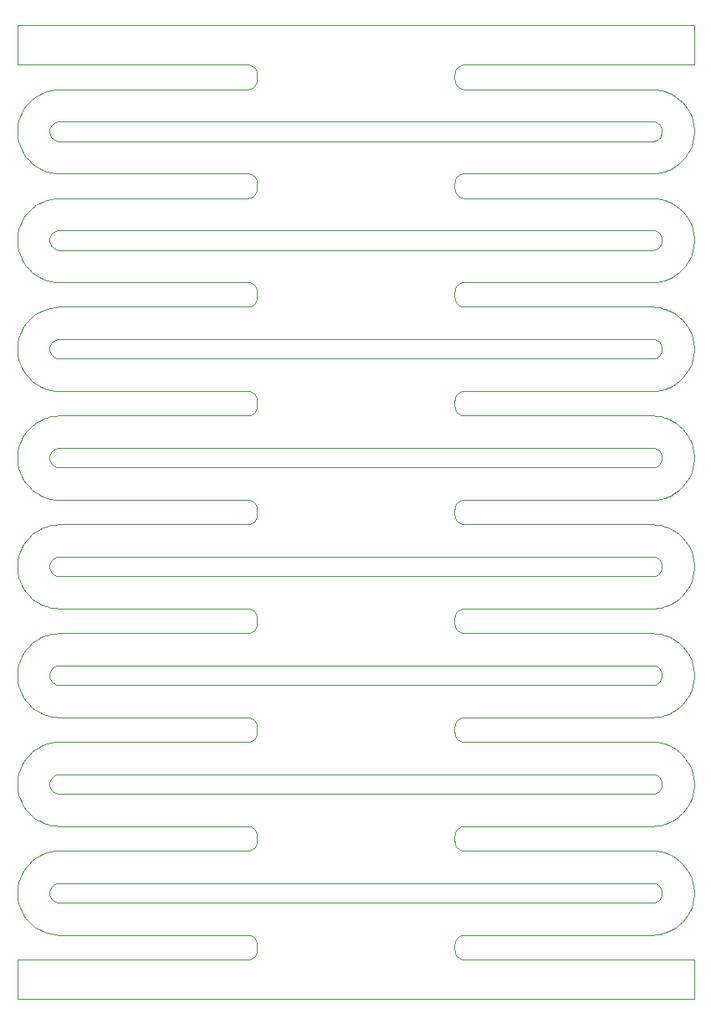
<source format=gbr>
G04 #@! TF.GenerationSoftware,KiCad,Pcbnew,5.1.5+dfsg1-2build2*
G04 #@! TF.CreationDate,2021-10-10T04:01:18+00:00*
G04 #@! TF.ProjectId,bobbin_top_3.3,626f6262-696e-45f7-946f-705f332e332e,rev?*
G04 #@! TF.SameCoordinates,Original*
G04 #@! TF.FileFunction,Profile,NP*
%FSLAX46Y46*%
G04 Gerber Fmt 4.6, Leading zero omitted, Abs format (unit mm)*
G04 Created by KiCad (PCBNEW 5.1.5+dfsg1-2build2) date 2021-10-10 04:01:18*
%MOMM*%
%LPD*%
G04 APERTURE LIST*
G04 #@! TA.AperFunction,Profile*
%ADD10C,0.100000*%
G04 #@! TD*
G04 APERTURE END LIST*
D10*
X114499900Y-121216000D02*
X114401200Y-121236200D01*
X114596400Y-121185700D02*
X114499900Y-121216000D01*
X114689300Y-121145900D02*
X114596400Y-121185700D01*
X114777600Y-121096800D02*
X114689300Y-121145900D01*
X114860800Y-121038900D02*
X114777600Y-121096800D01*
X114937500Y-120973100D02*
X114860800Y-121038900D01*
X115007100Y-120899800D02*
X114937500Y-120973100D01*
X115069000Y-120819900D02*
X115007100Y-120899800D01*
X115122400Y-120734100D02*
X115069000Y-120819900D01*
X115166900Y-120643400D02*
X115122400Y-120734100D01*
X115202000Y-120548600D02*
X115166900Y-120643400D01*
X115227300Y-120450800D02*
X115202000Y-120548600D01*
X115242600Y-120350800D02*
X115227300Y-120450800D01*
X115247700Y-120249900D02*
X115242600Y-120350800D01*
X115242600Y-120149200D02*
X115247700Y-120249900D01*
X115227300Y-120049300D02*
X115242600Y-120149200D01*
X115202000Y-119951500D02*
X115227300Y-120049300D01*
X115166900Y-119856700D02*
X115202000Y-119951500D01*
X115122400Y-119766000D02*
X115166900Y-119856700D01*
X115069000Y-119680200D02*
X115122400Y-119766000D01*
X115007100Y-119600300D02*
X115069000Y-119680200D01*
X114937300Y-119526800D02*
X115007100Y-119600300D01*
X114860600Y-119461000D02*
X114937300Y-119526800D01*
X114777600Y-119403300D02*
X114860600Y-119461000D01*
X114689300Y-119354200D02*
X114777600Y-119403300D01*
X114596600Y-119314500D02*
X114689300Y-119354200D01*
X114500200Y-119284200D02*
X114596600Y-119314500D01*
X114401200Y-119263900D02*
X114500200Y-119284200D01*
X114300700Y-119253600D02*
X114401200Y-119263900D01*
X114224800Y-119251000D02*
X114300700Y-119253600D01*
X54275500Y-119251000D02*
X114224800Y-119251000D01*
X54199100Y-119253600D02*
X54275500Y-119251000D01*
X54098800Y-119263900D02*
X54199100Y-119253600D01*
X53999800Y-119284200D02*
X54098800Y-119263900D01*
X53903400Y-119314500D02*
X53999800Y-119284200D01*
X53810500Y-119354400D02*
X53903400Y-119314500D01*
X53722100Y-119403400D02*
X53810500Y-119354400D01*
X53639200Y-119461200D02*
X53722100Y-119403400D01*
X53562500Y-119527000D02*
X53639200Y-119461200D01*
X53492900Y-119600300D02*
X53562500Y-119527000D01*
X53431000Y-119680200D02*
X53492900Y-119600300D01*
X53377600Y-119766000D02*
X53431000Y-119680200D01*
X53333100Y-119856700D02*
X53377600Y-119766000D01*
X53298100Y-119951200D02*
X53333100Y-119856700D01*
X53272700Y-120049100D02*
X53298100Y-119951200D01*
X53257400Y-120149000D02*
X53272700Y-120049100D01*
X53252300Y-120249900D02*
X53257400Y-120149000D01*
X53257400Y-120350800D02*
X53252300Y-120249900D01*
X53272700Y-120450800D02*
X53257400Y-120350800D01*
X53298000Y-120548600D02*
X53272700Y-120450800D01*
X53333100Y-120643400D02*
X53298000Y-120548600D01*
X53377600Y-120734100D02*
X53333100Y-120643400D01*
X53431000Y-120819900D02*
X53377600Y-120734100D01*
X53492900Y-120899800D02*
X53431000Y-120819900D01*
X53562500Y-120973100D02*
X53492900Y-120899800D01*
X53639200Y-121038900D02*
X53562500Y-120973100D01*
X53722100Y-121096700D02*
X53639200Y-121038900D01*
X53810500Y-121145700D02*
X53722100Y-121096700D01*
X53903400Y-121185600D02*
X53810500Y-121145700D01*
X53999800Y-121215900D02*
X53903400Y-121185600D01*
X54098800Y-121236200D02*
X53999800Y-121215900D01*
X54199300Y-121246500D02*
X54098800Y-121236200D01*
X54275200Y-121249000D02*
X54199300Y-121246500D01*
X114225000Y-121249000D02*
X54275200Y-121249000D01*
X114300400Y-121246500D02*
X114225000Y-121249000D01*
X114401200Y-121236200D02*
X114300400Y-121246500D01*
X114499900Y-110215900D02*
X114401100Y-110236200D01*
X114596400Y-110185700D02*
X114499900Y-110215900D01*
X114689300Y-110145900D02*
X114596400Y-110185700D01*
X114777600Y-110096800D02*
X114689300Y-110145900D01*
X114860800Y-110038900D02*
X114777600Y-110096800D01*
X114937500Y-109973100D02*
X114860800Y-110038900D01*
X115007100Y-109899800D02*
X114937500Y-109973100D01*
X115069000Y-109819900D02*
X115007100Y-109899800D01*
X115122400Y-109734100D02*
X115069000Y-109819900D01*
X115166900Y-109643400D02*
X115122400Y-109734100D01*
X115202000Y-109548600D02*
X115166900Y-109643400D01*
X115227300Y-109450700D02*
X115202000Y-109548600D01*
X115242600Y-109350800D02*
X115227300Y-109450700D01*
X115247700Y-109249900D02*
X115242600Y-109350800D01*
X115242600Y-109149200D02*
X115247700Y-109249900D01*
X115227300Y-109049300D02*
X115242600Y-109149200D01*
X115202000Y-108951500D02*
X115227300Y-109049300D01*
X115166900Y-108856700D02*
X115202000Y-108951500D01*
X115122400Y-108766000D02*
X115166900Y-108856700D01*
X115069000Y-108680200D02*
X115122400Y-108766000D01*
X115007100Y-108600300D02*
X115069000Y-108680200D01*
X114937300Y-108526800D02*
X115007100Y-108600300D01*
X114860600Y-108461000D02*
X114937300Y-108526800D01*
X114777600Y-108403300D02*
X114860600Y-108461000D01*
X114689300Y-108354200D02*
X114777600Y-108403300D01*
X114596600Y-108314500D02*
X114689300Y-108354200D01*
X114500200Y-108284200D02*
X114596600Y-108314500D01*
X114401200Y-108263900D02*
X114500200Y-108284200D01*
X114300700Y-108253600D02*
X114401200Y-108263900D01*
X114224800Y-108251000D02*
X114300700Y-108253600D01*
X54275400Y-108251000D02*
X114224800Y-108251000D01*
X54199100Y-108253600D02*
X54275400Y-108251000D01*
X54098800Y-108263900D02*
X54199100Y-108253600D01*
X53999800Y-108284200D02*
X54098800Y-108263900D01*
X53903400Y-108314500D02*
X53999800Y-108284200D01*
X53810500Y-108354300D02*
X53903400Y-108314500D01*
X53722100Y-108403400D02*
X53810500Y-108354300D01*
X53639200Y-108461200D02*
X53722100Y-108403400D01*
X53562500Y-108527000D02*
X53639200Y-108461200D01*
X53492900Y-108600300D02*
X53562500Y-108527000D01*
X53431000Y-108680200D02*
X53492900Y-108600300D01*
X53377600Y-108766000D02*
X53431000Y-108680200D01*
X53333100Y-108856700D02*
X53377600Y-108766000D01*
X53298100Y-108951200D02*
X53333100Y-108856700D01*
X53272700Y-109049100D02*
X53298100Y-108951200D01*
X53257400Y-109149000D02*
X53272700Y-109049100D01*
X53252300Y-109249900D02*
X53257400Y-109149000D01*
X53257400Y-109350800D02*
X53252300Y-109249900D01*
X53272700Y-109450700D02*
X53257400Y-109350800D01*
X53298000Y-109548600D02*
X53272700Y-109450700D01*
X53333100Y-109643400D02*
X53298000Y-109548600D01*
X53377600Y-109734100D02*
X53333100Y-109643400D01*
X53431000Y-109819900D02*
X53377600Y-109734100D01*
X53492900Y-109899800D02*
X53431000Y-109819900D01*
X53562500Y-109973100D02*
X53492900Y-109899800D01*
X53639200Y-110038900D02*
X53562500Y-109973100D01*
X53722100Y-110096700D02*
X53639200Y-110038900D01*
X53810500Y-110145700D02*
X53722100Y-110096700D01*
X53903400Y-110185600D02*
X53810500Y-110145700D01*
X53999800Y-110215900D02*
X53903400Y-110185600D01*
X54098800Y-110236200D02*
X53999800Y-110215900D01*
X54199300Y-110246500D02*
X54098800Y-110236200D01*
X54275200Y-110249000D02*
X54199300Y-110246500D01*
X114225000Y-110249000D02*
X54275200Y-110249000D01*
X114300500Y-110246500D02*
X114225000Y-110249000D01*
X114401100Y-110236200D02*
X114300500Y-110246500D01*
X114499900Y-99215900D02*
X114401100Y-99236200D01*
X114596400Y-99185700D02*
X114499900Y-99215900D01*
X114689300Y-99145800D02*
X114596400Y-99185700D01*
X114777600Y-99096800D02*
X114689300Y-99145800D01*
X114860800Y-99038900D02*
X114777600Y-99096800D01*
X114937500Y-98973100D02*
X114860800Y-99038900D01*
X115007100Y-98899800D02*
X114937500Y-98973100D01*
X115069000Y-98819900D02*
X115007100Y-98899800D01*
X115122400Y-98734100D02*
X115069000Y-98819900D01*
X115166900Y-98643400D02*
X115122400Y-98734100D01*
X115202000Y-98548600D02*
X115166900Y-98643400D01*
X115227300Y-98450700D02*
X115202000Y-98548600D01*
X115242600Y-98350800D02*
X115227300Y-98450700D01*
X115247700Y-98249900D02*
X115242600Y-98350800D01*
X115242600Y-98149200D02*
X115247700Y-98249900D01*
X115227300Y-98049300D02*
X115242600Y-98149200D01*
X115202000Y-97951500D02*
X115227300Y-98049300D01*
X115166900Y-97856700D02*
X115202000Y-97951500D01*
X115122400Y-97766000D02*
X115166900Y-97856700D01*
X115069000Y-97680200D02*
X115122400Y-97766000D01*
X115007100Y-97600300D02*
X115069000Y-97680200D01*
X114937300Y-97526800D02*
X115007100Y-97600300D01*
X114860600Y-97461000D02*
X114937300Y-97526800D01*
X114777600Y-97403300D02*
X114860600Y-97461000D01*
X114689300Y-97354200D02*
X114777600Y-97403300D01*
X114596600Y-97314500D02*
X114689300Y-97354200D01*
X114500200Y-97284200D02*
X114596600Y-97314500D01*
X114401200Y-97263800D02*
X114500200Y-97284200D01*
X114300700Y-97253600D02*
X114401200Y-97263800D01*
X114224800Y-97251000D02*
X114300700Y-97253600D01*
X54275400Y-97251000D02*
X114224800Y-97251000D01*
X54199200Y-97253600D02*
X54275400Y-97251000D01*
X54098800Y-97263800D02*
X54199200Y-97253600D01*
X53999800Y-97284200D02*
X54098800Y-97263800D01*
X53903400Y-97314500D02*
X53999800Y-97284200D01*
X53810500Y-97354300D02*
X53903400Y-97314500D01*
X53722100Y-97403400D02*
X53810500Y-97354300D01*
X53639200Y-97461100D02*
X53722100Y-97403400D01*
X53562500Y-97527000D02*
X53639200Y-97461100D01*
X53492900Y-97600300D02*
X53562500Y-97527000D01*
X53431000Y-97680200D02*
X53492900Y-97600300D01*
X53377600Y-97766000D02*
X53431000Y-97680200D01*
X53333100Y-97856700D02*
X53377600Y-97766000D01*
X53298100Y-97951200D02*
X53333100Y-97856700D01*
X53272700Y-98049100D02*
X53298100Y-97951200D01*
X53257400Y-98149000D02*
X53272700Y-98049100D01*
X53252300Y-98249900D02*
X53257400Y-98149000D01*
X53257400Y-98350800D02*
X53252300Y-98249900D01*
X53272700Y-98450700D02*
X53257400Y-98350800D01*
X53298000Y-98548600D02*
X53272700Y-98450700D01*
X53333100Y-98643400D02*
X53298000Y-98548600D01*
X53377600Y-98734100D02*
X53333100Y-98643400D01*
X53431000Y-98819900D02*
X53377600Y-98734100D01*
X53492900Y-98899800D02*
X53431000Y-98819900D01*
X53562500Y-98973100D02*
X53492900Y-98899800D01*
X53639200Y-99038900D02*
X53562500Y-98973100D01*
X53722100Y-99096700D02*
X53639200Y-99038900D01*
X53810500Y-99145700D02*
X53722100Y-99096700D01*
X53903400Y-99185600D02*
X53810500Y-99145700D01*
X53999800Y-99215900D02*
X53903400Y-99185600D01*
X54098800Y-99236200D02*
X53999800Y-99215900D01*
X54199300Y-99246500D02*
X54098800Y-99236200D01*
X54275200Y-99249000D02*
X54199300Y-99246500D01*
X114224900Y-99249000D02*
X54275200Y-99249000D01*
X114300500Y-99246500D02*
X114224900Y-99249000D01*
X114401100Y-99236200D02*
X114300500Y-99246500D01*
X114499900Y-88215900D02*
X114401100Y-88236200D01*
X114596400Y-88185700D02*
X114499900Y-88215900D01*
X114689300Y-88145800D02*
X114596400Y-88185700D01*
X114777600Y-88096800D02*
X114689300Y-88145800D01*
X114860800Y-88038900D02*
X114777600Y-88096800D01*
X114937500Y-87973100D02*
X114860800Y-88038900D01*
X115007100Y-87899800D02*
X114937500Y-87973100D01*
X115069000Y-87819900D02*
X115007100Y-87899800D01*
X115122400Y-87734100D02*
X115069000Y-87819900D01*
X115166900Y-87643400D02*
X115122400Y-87734100D01*
X115202000Y-87548600D02*
X115166900Y-87643400D01*
X115227300Y-87450700D02*
X115202000Y-87548600D01*
X115242600Y-87350800D02*
X115227300Y-87450700D01*
X115247700Y-87249900D02*
X115242600Y-87350800D01*
X115242600Y-87149200D02*
X115247700Y-87249900D01*
X115227300Y-87049300D02*
X115242600Y-87149200D01*
X115202000Y-86951500D02*
X115227300Y-87049300D01*
X115166900Y-86856700D02*
X115202000Y-86951500D01*
X115122400Y-86766000D02*
X115166900Y-86856700D01*
X115069000Y-86680200D02*
X115122400Y-86766000D01*
X115007100Y-86600200D02*
X115069000Y-86680200D01*
X114937300Y-86526800D02*
X115007100Y-86600200D01*
X114860600Y-86461000D02*
X114937300Y-86526800D01*
X114777600Y-86403200D02*
X114860600Y-86461000D01*
X114689300Y-86354200D02*
X114777600Y-86403200D01*
X114596600Y-86314500D02*
X114689300Y-86354200D01*
X114500200Y-86284200D02*
X114596600Y-86314500D01*
X114401200Y-86263800D02*
X114500200Y-86284200D01*
X114300700Y-86253600D02*
X114401200Y-86263800D01*
X114224800Y-86251000D02*
X114300700Y-86253600D01*
X54275400Y-86251000D02*
X114224800Y-86251000D01*
X54199200Y-86253600D02*
X54275400Y-86251000D01*
X54098800Y-86263800D02*
X54199200Y-86253600D01*
X53999800Y-86284200D02*
X54098800Y-86263800D01*
X53903400Y-86314500D02*
X53999800Y-86284200D01*
X53810500Y-86354300D02*
X53903400Y-86314500D01*
X53722100Y-86403400D02*
X53810500Y-86354300D01*
X53639200Y-86461100D02*
X53722100Y-86403400D01*
X53562500Y-86527000D02*
X53639200Y-86461100D01*
X53492900Y-86600200D02*
X53562500Y-86527000D01*
X53431000Y-86680200D02*
X53492900Y-86600200D01*
X53377600Y-86766000D02*
X53431000Y-86680200D01*
X53333100Y-86856700D02*
X53377600Y-86766000D01*
X53298100Y-86951200D02*
X53333100Y-86856700D01*
X53272700Y-87049100D02*
X53298100Y-86951200D01*
X53257400Y-87149000D02*
X53272700Y-87049100D01*
X53252300Y-87249900D02*
X53257400Y-87149000D01*
X53257400Y-87350800D02*
X53252300Y-87249900D01*
X53272700Y-87450700D02*
X53257400Y-87350800D01*
X53298000Y-87548600D02*
X53272700Y-87450700D01*
X53333100Y-87643400D02*
X53298000Y-87548600D01*
X53377600Y-87734100D02*
X53333100Y-87643400D01*
X53431000Y-87819900D02*
X53377600Y-87734100D01*
X53492900Y-87899800D02*
X53431000Y-87819900D01*
X53562500Y-87973100D02*
X53492900Y-87899800D01*
X53639200Y-88038900D02*
X53562500Y-87973100D01*
X53722100Y-88096700D02*
X53639200Y-88038900D01*
X53810500Y-88145700D02*
X53722100Y-88096700D01*
X53903400Y-88185600D02*
X53810500Y-88145700D01*
X53999800Y-88215900D02*
X53903400Y-88185600D01*
X54098800Y-88236200D02*
X53999800Y-88215900D01*
X54199300Y-88246500D02*
X54098800Y-88236200D01*
X54275200Y-88249000D02*
X54199300Y-88246500D01*
X114224900Y-88249000D02*
X54275200Y-88249000D01*
X114300500Y-88246400D02*
X114224900Y-88249000D01*
X114401100Y-88236200D02*
X114300500Y-88246400D01*
X114499900Y-77215900D02*
X114401000Y-77236200D01*
X114596400Y-77185700D02*
X114499900Y-77215900D01*
X114689300Y-77145800D02*
X114596400Y-77185700D01*
X114777600Y-77096800D02*
X114689300Y-77145800D01*
X114860800Y-77038900D02*
X114777600Y-77096800D01*
X114937500Y-76973100D02*
X114860800Y-77038900D01*
X115007100Y-76899800D02*
X114937500Y-76973100D01*
X115069000Y-76819900D02*
X115007100Y-76899800D01*
X115122400Y-76734100D02*
X115069000Y-76819900D01*
X115166900Y-76643300D02*
X115122400Y-76734100D01*
X115202000Y-76548600D02*
X115166900Y-76643300D01*
X115227300Y-76450700D02*
X115202000Y-76548600D01*
X115242600Y-76350800D02*
X115227300Y-76450700D01*
X115247700Y-76249900D02*
X115242600Y-76350800D01*
X115242600Y-76149200D02*
X115247700Y-76249900D01*
X115227300Y-76049300D02*
X115242600Y-76149200D01*
X115202000Y-75951500D02*
X115227300Y-76049300D01*
X115166900Y-75856700D02*
X115202000Y-75951500D01*
X115122400Y-75765900D02*
X115166900Y-75856700D01*
X115069000Y-75680200D02*
X115122400Y-75765900D01*
X115007100Y-75600200D02*
X115069000Y-75680200D01*
X114937300Y-75526800D02*
X115007100Y-75600200D01*
X114860600Y-75461000D02*
X114937300Y-75526800D01*
X114777600Y-75403200D02*
X114860600Y-75461000D01*
X114689300Y-75354200D02*
X114777600Y-75403200D01*
X114596600Y-75314500D02*
X114689300Y-75354200D01*
X114500200Y-75284200D02*
X114596600Y-75314500D01*
X114401200Y-75263800D02*
X114500200Y-75284200D01*
X114300700Y-75253600D02*
X114401200Y-75263800D01*
X114224800Y-75251000D02*
X114300700Y-75253600D01*
X54275300Y-75251000D02*
X114224800Y-75251000D01*
X54199200Y-75253600D02*
X54275300Y-75251000D01*
X54098800Y-75263800D02*
X54199200Y-75253600D01*
X53999800Y-75284200D02*
X54098800Y-75263800D01*
X53903400Y-75314500D02*
X53999800Y-75284200D01*
X53810500Y-75354300D02*
X53903400Y-75314500D01*
X53722100Y-75403400D02*
X53810500Y-75354300D01*
X53639200Y-75461100D02*
X53722100Y-75403400D01*
X53562500Y-75527000D02*
X53639200Y-75461100D01*
X53492900Y-75600200D02*
X53562500Y-75527000D01*
X53431000Y-75680200D02*
X53492900Y-75600200D01*
X53377600Y-75765900D02*
X53431000Y-75680200D01*
X53333100Y-75856700D02*
X53377600Y-75765900D01*
X53298100Y-75951200D02*
X53333100Y-75856700D01*
X53272700Y-76049000D02*
X53298100Y-75951200D01*
X53257400Y-76148900D02*
X53272700Y-76049000D01*
X53252300Y-76249900D02*
X53257400Y-76148900D01*
X53257400Y-76350800D02*
X53252300Y-76249900D01*
X53272700Y-76450700D02*
X53257400Y-76350800D01*
X53298000Y-76548600D02*
X53272700Y-76450700D01*
X53333100Y-76643300D02*
X53298000Y-76548600D01*
X53377600Y-76734100D02*
X53333100Y-76643300D01*
X53431000Y-76819900D02*
X53377600Y-76734100D01*
X53492900Y-76899800D02*
X53431000Y-76819900D01*
X53562500Y-76973100D02*
X53492900Y-76899800D01*
X53639200Y-77038900D02*
X53562500Y-76973100D01*
X53722100Y-77096700D02*
X53639200Y-77038900D01*
X53810500Y-77145700D02*
X53722100Y-77096700D01*
X53903400Y-77185600D02*
X53810500Y-77145700D01*
X53999800Y-77215800D02*
X53903400Y-77185600D01*
X54098800Y-77236200D02*
X53999800Y-77215800D01*
X54199300Y-77246400D02*
X54098800Y-77236200D01*
X54275200Y-77249000D02*
X54199300Y-77246400D01*
X114224800Y-77249000D02*
X54275200Y-77249000D01*
X114300600Y-77246400D02*
X114224800Y-77249000D01*
X114401000Y-77236200D02*
X114300600Y-77246400D01*
X114499900Y-66215900D02*
X114401000Y-66236200D01*
X114596400Y-66185700D02*
X114499900Y-66215900D01*
X114689300Y-66145800D02*
X114596400Y-66185700D01*
X114777600Y-66096800D02*
X114689300Y-66145800D01*
X114860600Y-66039100D02*
X114777600Y-66096800D01*
X114937300Y-65973200D02*
X114860600Y-66039100D01*
X115007100Y-65899800D02*
X114937300Y-65973200D01*
X115069000Y-65819900D02*
X115007100Y-65899800D01*
X115122300Y-65734300D02*
X115069000Y-65819900D01*
X115166800Y-65643600D02*
X115122300Y-65734300D01*
X115201900Y-65548800D02*
X115166800Y-65643600D01*
X115227300Y-65451000D02*
X115201900Y-65548800D01*
X115242600Y-65351100D02*
X115227300Y-65451000D01*
X115247700Y-65250100D02*
X115242600Y-65351100D01*
X115242600Y-65149200D02*
X115247700Y-65250100D01*
X115227300Y-65049300D02*
X115242600Y-65149200D01*
X115202000Y-64951500D02*
X115227300Y-65049300D01*
X115166900Y-64856700D02*
X115202000Y-64951500D01*
X115122400Y-64765900D02*
X115166900Y-64856700D01*
X115069000Y-64680200D02*
X115122400Y-64765900D01*
X115007100Y-64600200D02*
X115069000Y-64680200D01*
X114937300Y-64526800D02*
X115007100Y-64600200D01*
X114860600Y-64461000D02*
X114937300Y-64526800D01*
X114777900Y-64403400D02*
X114860600Y-64461000D01*
X114689500Y-64354300D02*
X114777900Y-64403400D01*
X114596600Y-64314400D02*
X114689500Y-64354300D01*
X114500200Y-64284200D02*
X114596600Y-64314400D01*
X114401200Y-64263800D02*
X114500200Y-64284200D01*
X114300700Y-64253600D02*
X114401200Y-64263800D01*
X114224800Y-64251000D02*
X114300700Y-64253600D01*
X54275300Y-64251000D02*
X114224800Y-64251000D01*
X54199300Y-64253600D02*
X54275300Y-64251000D01*
X54098800Y-64263800D02*
X54199300Y-64253600D01*
X53999800Y-64284200D02*
X54098800Y-64263800D01*
X53903400Y-64314400D02*
X53999800Y-64284200D01*
X53810500Y-64354300D02*
X53903400Y-64314400D01*
X53722100Y-64403400D02*
X53810500Y-64354300D01*
X53639200Y-64461100D02*
X53722100Y-64403400D01*
X53562500Y-64527000D02*
X53639200Y-64461100D01*
X53492900Y-64600200D02*
X53562500Y-64527000D01*
X53431000Y-64680200D02*
X53492900Y-64600200D01*
X53377600Y-64765900D02*
X53431000Y-64680200D01*
X53333100Y-64856700D02*
X53377600Y-64765900D01*
X53298000Y-64951500D02*
X53333100Y-64856700D01*
X53272700Y-65049000D02*
X53298000Y-64951500D01*
X53257400Y-65148900D02*
X53272700Y-65049000D01*
X53252300Y-65249900D02*
X53257400Y-65148900D01*
X53257400Y-65350800D02*
X53252300Y-65249900D01*
X53272700Y-65450700D02*
X53257400Y-65350800D01*
X53298000Y-65548600D02*
X53272700Y-65450700D01*
X53333100Y-65643300D02*
X53298000Y-65548600D01*
X53377600Y-65734100D02*
X53333100Y-65643300D01*
X53431000Y-65819900D02*
X53377600Y-65734100D01*
X53492900Y-65899800D02*
X53431000Y-65819900D01*
X53562500Y-65973100D02*
X53492900Y-65899800D01*
X53639200Y-66038900D02*
X53562500Y-65973100D01*
X53722100Y-66096600D02*
X53639200Y-66038900D01*
X53810500Y-66145700D02*
X53722100Y-66096600D01*
X53903400Y-66185600D02*
X53810500Y-66145700D01*
X53999800Y-66215800D02*
X53903400Y-66185600D01*
X54098800Y-66236200D02*
X53999800Y-66215800D01*
X54199300Y-66246400D02*
X54098800Y-66236200D01*
X54275200Y-66249000D02*
X54199300Y-66246400D01*
X114224800Y-66249000D02*
X54275200Y-66249000D01*
X114300600Y-66246400D02*
X114224800Y-66249000D01*
X114401000Y-66236200D02*
X114300600Y-66246400D01*
X114499900Y-55215900D02*
X114401000Y-55236200D01*
X114596400Y-55185700D02*
X114499900Y-55215900D01*
X114689300Y-55145800D02*
X114596400Y-55185700D01*
X114777600Y-55096800D02*
X114689300Y-55145800D01*
X114860600Y-55039100D02*
X114777600Y-55096800D01*
X114937300Y-54973200D02*
X114860600Y-55039100D01*
X115007100Y-54899800D02*
X114937300Y-54973200D01*
X115069000Y-54819900D02*
X115007100Y-54899800D01*
X115122300Y-54734300D02*
X115069000Y-54819900D01*
X115166800Y-54643600D02*
X115122300Y-54734300D01*
X115201900Y-54548800D02*
X115166800Y-54643600D01*
X115227300Y-54451000D02*
X115201900Y-54548800D01*
X115242600Y-54351100D02*
X115227300Y-54451000D01*
X115247700Y-54250100D02*
X115242600Y-54351100D01*
X115242600Y-54149200D02*
X115247700Y-54250100D01*
X115227300Y-54049300D02*
X115242600Y-54149200D01*
X115202000Y-53951500D02*
X115227300Y-54049300D01*
X115166900Y-53856700D02*
X115202000Y-53951500D01*
X115122400Y-53765900D02*
X115166900Y-53856700D01*
X115069000Y-53680200D02*
X115122400Y-53765900D01*
X115007100Y-53600200D02*
X115069000Y-53680200D01*
X114937300Y-53526800D02*
X115007100Y-53600200D01*
X114860600Y-53460900D02*
X114937300Y-53526800D01*
X114777900Y-53403400D02*
X114860600Y-53460900D01*
X114689500Y-53354300D02*
X114777900Y-53403400D01*
X114596600Y-53314400D02*
X114689500Y-53354300D01*
X114500200Y-53284200D02*
X114596600Y-53314400D01*
X114401200Y-53263800D02*
X114500200Y-53284200D01*
X114300700Y-53253600D02*
X114401200Y-53263800D01*
X114224800Y-53251000D02*
X114300700Y-53253600D01*
X54275200Y-53251000D02*
X114224800Y-53251000D01*
X54199300Y-53253600D02*
X54275200Y-53251000D01*
X54098800Y-53263800D02*
X54199300Y-53253600D01*
X53999800Y-53284200D02*
X54098800Y-53263800D01*
X53903400Y-53314400D02*
X53999800Y-53284200D01*
X53810500Y-53354300D02*
X53903400Y-53314400D01*
X53722100Y-53403400D02*
X53810500Y-53354300D01*
X53639200Y-53461100D02*
X53722100Y-53403400D01*
X53562500Y-53527000D02*
X53639200Y-53461100D01*
X53492900Y-53600200D02*
X53562500Y-53527000D01*
X53431000Y-53680200D02*
X53492900Y-53600200D01*
X53377600Y-53765900D02*
X53431000Y-53680200D01*
X53333100Y-53856700D02*
X53377600Y-53765900D01*
X53298000Y-53951500D02*
X53333100Y-53856700D01*
X53272700Y-54049000D02*
X53298000Y-53951500D01*
X53257400Y-54148900D02*
X53272700Y-54049000D01*
X53252300Y-54249900D02*
X53257400Y-54148900D01*
X53257400Y-54350800D02*
X53252300Y-54249900D01*
X53272700Y-54450700D02*
X53257400Y-54350800D01*
X53298000Y-54548500D02*
X53272700Y-54450700D01*
X53333100Y-54643300D02*
X53298000Y-54548500D01*
X53377600Y-54734100D02*
X53333100Y-54643300D01*
X53431000Y-54819900D02*
X53377600Y-54734100D01*
X53492900Y-54899800D02*
X53431000Y-54819900D01*
X53562500Y-54973000D02*
X53492900Y-54899800D01*
X53639200Y-55038900D02*
X53562500Y-54973000D01*
X53722100Y-55096600D02*
X53639200Y-55038900D01*
X53810500Y-55145700D02*
X53722100Y-55096600D01*
X53903400Y-55185600D02*
X53810500Y-55145700D01*
X53999800Y-55215800D02*
X53903400Y-55185600D01*
X54098800Y-55236200D02*
X53999800Y-55215800D01*
X54199300Y-55246400D02*
X54098800Y-55236200D01*
X54275200Y-55249000D02*
X54199300Y-55246400D01*
X114224800Y-55249000D02*
X54275200Y-55249000D01*
X114300700Y-55246400D02*
X114224800Y-55249000D01*
X114401000Y-55236200D02*
X114300700Y-55246400D01*
X114500200Y-132215900D02*
X114400700Y-132236300D01*
X114596600Y-132185600D02*
X114500200Y-132215900D01*
X114689500Y-132145800D02*
X114596600Y-132185600D01*
X114777900Y-132096700D02*
X114689500Y-132145800D01*
X114860800Y-132038900D02*
X114777900Y-132096700D01*
X114937500Y-131973100D02*
X114860800Y-132038900D01*
X115007100Y-131899800D02*
X114937500Y-131973100D01*
X115069000Y-131819900D02*
X115007100Y-131899800D01*
X115122400Y-131734100D02*
X115069000Y-131819900D01*
X115166900Y-131643400D02*
X115122400Y-131734100D01*
X115202000Y-131548600D02*
X115166900Y-131643400D01*
X115227300Y-131450800D02*
X115202000Y-131548600D01*
X115242600Y-131350900D02*
X115227300Y-131450800D01*
X115247700Y-131249900D02*
X115242600Y-131350900D01*
X115242600Y-131149300D02*
X115247700Y-131249900D01*
X115227300Y-131049400D02*
X115242600Y-131149300D01*
X115202000Y-130951500D02*
X115227300Y-131049400D01*
X115166900Y-130856700D02*
X115202000Y-130951500D01*
X115122400Y-130766000D02*
X115166900Y-130856700D01*
X115069000Y-130680200D02*
X115122400Y-130766000D01*
X115007100Y-130600300D02*
X115069000Y-130680200D01*
X114937300Y-130526800D02*
X115007100Y-130600300D01*
X114860600Y-130461000D02*
X114937300Y-130526800D01*
X114777600Y-130403300D02*
X114860600Y-130461000D01*
X114689300Y-130354200D02*
X114777600Y-130403300D01*
X114596600Y-130314500D02*
X114689300Y-130354200D01*
X114500200Y-130284200D02*
X114596600Y-130314500D01*
X114401200Y-130263900D02*
X114500200Y-130284200D01*
X114300700Y-130253600D02*
X114401200Y-130263900D01*
X114224800Y-130251100D02*
X114300700Y-130253600D01*
X54275000Y-130251100D02*
X114224800Y-130251100D01*
X54199500Y-130253600D02*
X54275000Y-130251100D01*
X54098800Y-130263900D02*
X54199500Y-130253600D01*
X53999800Y-130284200D02*
X54098800Y-130263900D01*
X53903400Y-130314500D02*
X53999800Y-130284200D01*
X53810500Y-130354400D02*
X53903400Y-130314500D01*
X53722100Y-130403400D02*
X53810500Y-130354400D01*
X53639200Y-130461200D02*
X53722100Y-130403400D01*
X53562500Y-130527000D02*
X53639200Y-130461200D01*
X53492900Y-130600300D02*
X53562500Y-130527000D01*
X53431000Y-130680200D02*
X53492900Y-130600300D01*
X53377600Y-130766000D02*
X53431000Y-130680200D01*
X53333100Y-130856700D02*
X53377600Y-130766000D01*
X53298100Y-130951200D02*
X53333100Y-130856700D01*
X53272700Y-131049100D02*
X53298100Y-130951200D01*
X53257400Y-131149000D02*
X53272700Y-131049100D01*
X53252300Y-131249900D02*
X53257400Y-131149000D01*
X53257400Y-131350900D02*
X53252300Y-131249900D01*
X53272700Y-131450800D02*
X53257400Y-131350900D01*
X53298000Y-131548600D02*
X53272700Y-131450800D01*
X53333100Y-131643400D02*
X53298000Y-131548600D01*
X53377600Y-131734100D02*
X53333100Y-131643400D01*
X53431000Y-131819900D02*
X53377600Y-131734100D01*
X53492900Y-131899800D02*
X53431000Y-131819900D01*
X53562500Y-131973100D02*
X53492900Y-131899800D01*
X53639200Y-132038900D02*
X53562500Y-131973100D01*
X53722100Y-132096700D02*
X53639200Y-132038900D01*
X53810500Y-132145800D02*
X53722100Y-132096700D01*
X53903400Y-132185600D02*
X53810500Y-132145800D01*
X53999800Y-132215900D02*
X53903400Y-132185600D01*
X54098800Y-132236200D02*
X53999800Y-132215900D01*
X54199300Y-132246500D02*
X54098800Y-132236200D01*
X54275200Y-132249100D02*
X54199300Y-132246500D01*
X114224500Y-132249100D02*
X54275200Y-132249100D01*
X114300900Y-132246500D02*
X114224500Y-132249100D01*
X114400700Y-132236300D02*
X114300900Y-132246500D01*
X118471000Y-43499000D02*
X50014600Y-43499700D01*
X118487300Y-43500000D02*
X118471000Y-43499000D01*
X118492900Y-43503700D02*
X118487300Y-43500000D01*
X118494800Y-43508200D02*
X118492900Y-43503700D01*
X118495500Y-43523500D02*
X118494800Y-43508200D01*
X118495500Y-47475500D02*
X118495500Y-43523500D01*
X118494300Y-47492700D02*
X118495500Y-47475500D01*
X118491600Y-47496700D02*
X118494300Y-47492700D01*
X118487300Y-47499000D02*
X118491600Y-47496700D01*
X95241200Y-47500000D02*
X118487300Y-47499000D01*
X95144000Y-47504800D02*
X95241200Y-47500000D01*
X95047900Y-47519000D02*
X95144000Y-47504800D01*
X94953600Y-47542600D02*
X95047900Y-47519000D01*
X94862200Y-47575400D02*
X94953600Y-47542600D01*
X94774300Y-47616900D02*
X94862200Y-47575400D01*
X94691000Y-47666900D02*
X94774300Y-47616900D01*
X94613000Y-47724700D02*
X94691000Y-47666900D01*
X94541000Y-47790000D02*
X94613000Y-47724700D01*
X94475700Y-47862000D02*
X94541000Y-47790000D01*
X94417900Y-47940000D02*
X94475700Y-47862000D01*
X94367900Y-48023300D02*
X94417900Y-47940000D01*
X94326400Y-48111100D02*
X94367900Y-48023300D01*
X94293600Y-48202600D02*
X94326400Y-48111100D01*
X94270000Y-48296900D02*
X94293600Y-48202600D01*
X94255800Y-48393000D02*
X94270000Y-48296900D01*
X94251000Y-48490200D02*
X94255800Y-48393000D01*
X94251000Y-49008800D02*
X94251000Y-48490200D01*
X94255800Y-49106000D02*
X94251000Y-49008800D01*
X94270000Y-49202100D02*
X94255800Y-49106000D01*
X94293600Y-49296400D02*
X94270000Y-49202100D01*
X94326400Y-49387900D02*
X94293600Y-49296400D01*
X94367900Y-49475700D02*
X94326400Y-49387900D01*
X94417900Y-49559000D02*
X94367900Y-49475700D01*
X94475700Y-49637000D02*
X94417900Y-49559000D01*
X94541000Y-49709000D02*
X94475700Y-49637000D01*
X94613000Y-49774300D02*
X94541000Y-49709000D01*
X94691000Y-49832100D02*
X94613000Y-49774300D01*
X94774300Y-49882100D02*
X94691000Y-49832100D01*
X94862200Y-49923600D02*
X94774300Y-49882100D01*
X94953600Y-49956400D02*
X94862200Y-49923600D01*
X95047900Y-49980000D02*
X94953600Y-49956400D01*
X95144000Y-49994200D02*
X95047900Y-49980000D01*
X95241200Y-49999000D02*
X95144000Y-49994200D01*
X114243700Y-49999000D02*
X95241200Y-49999000D01*
X114679800Y-50021100D02*
X114243700Y-49999000D01*
X115105900Y-50086400D02*
X114679800Y-50021100D01*
X115522300Y-50194200D02*
X115105900Y-50086400D01*
X115914500Y-50339100D02*
X115522300Y-50194200D01*
X115937800Y-50349100D02*
X115914500Y-50339100D01*
X116301600Y-50527500D02*
X115937800Y-50349100D01*
X116323800Y-50539900D02*
X116301600Y-50527500D01*
X116678500Y-50761400D02*
X116323800Y-50539900D01*
X117018600Y-51024600D02*
X116678500Y-50761400D01*
X117330700Y-51321300D02*
X117018600Y-51024600D01*
X117603300Y-51638300D02*
X117330700Y-51321300D01*
X117618900Y-51658400D02*
X117603300Y-51638300D01*
X117850300Y-51990900D02*
X117618900Y-51658400D01*
X117863800Y-52012500D02*
X117850300Y-51990900D01*
X118066400Y-52378300D02*
X117863800Y-52012500D01*
X118236000Y-52773500D02*
X118066400Y-52378300D01*
X118364900Y-53184300D02*
X118236000Y-52773500D01*
X118449400Y-53593800D02*
X118364900Y-53184300D01*
X118453300Y-53618900D02*
X118449400Y-53593800D01*
X118494300Y-54022000D02*
X118453300Y-53618900D01*
X118495500Y-54047400D02*
X118494300Y-54022000D01*
X118495200Y-54465600D02*
X118495500Y-54047400D01*
X118451700Y-54893400D02*
X118495200Y-54465600D01*
X118365000Y-55315200D02*
X118451700Y-54893400D01*
X118240200Y-55714200D02*
X118365000Y-55315200D01*
X118231400Y-55738100D02*
X118240200Y-55714200D01*
X118071600Y-56110400D02*
X118231400Y-55738100D01*
X118060400Y-56133200D02*
X118071600Y-56110400D01*
X117857200Y-56498700D02*
X118060400Y-56133200D01*
X117611200Y-56852100D02*
X117857200Y-56498700D01*
X117331000Y-57178400D02*
X117611200Y-56852100D01*
X117018900Y-57475100D02*
X117331000Y-57178400D01*
X116678500Y-57738700D02*
X117018900Y-57475100D01*
X116323800Y-57960100D02*
X116678500Y-57738700D01*
X116301600Y-57972500D02*
X116323800Y-57960100D01*
X115937900Y-58150900D02*
X116301600Y-57972500D01*
X115914500Y-58160900D02*
X115937900Y-58150900D01*
X115522200Y-58305800D02*
X115914500Y-58160900D01*
X115105900Y-58413600D02*
X115522200Y-58305800D01*
X114679800Y-58478900D02*
X115105900Y-58413600D01*
X114243700Y-58501000D02*
X114679800Y-58478900D01*
X95241200Y-58501000D02*
X114243700Y-58501000D01*
X95144000Y-58505800D02*
X95241200Y-58501000D01*
X95047900Y-58520000D02*
X95144000Y-58505800D01*
X94953600Y-58543600D02*
X95047900Y-58520000D01*
X94862200Y-58576400D02*
X94953600Y-58543600D01*
X94774300Y-58617900D02*
X94862200Y-58576400D01*
X94691000Y-58667900D02*
X94774300Y-58617900D01*
X94613000Y-58725700D02*
X94691000Y-58667900D01*
X94541000Y-58791000D02*
X94613000Y-58725700D01*
X94475700Y-58863000D02*
X94541000Y-58791000D01*
X94417900Y-58941000D02*
X94475700Y-58863000D01*
X94367900Y-59024300D02*
X94417900Y-58941000D01*
X94326400Y-59112100D02*
X94367900Y-59024300D01*
X94293600Y-59203600D02*
X94326400Y-59112100D01*
X94270000Y-59297900D02*
X94293600Y-59203600D01*
X94255800Y-59394000D02*
X94270000Y-59297900D01*
X94251000Y-59491200D02*
X94255800Y-59394000D01*
X94251000Y-60008800D02*
X94251000Y-59491200D01*
X94255800Y-60106000D02*
X94251000Y-60008800D01*
X94270000Y-60202100D02*
X94255800Y-60106000D01*
X94293600Y-60296400D02*
X94270000Y-60202100D01*
X94326400Y-60387900D02*
X94293600Y-60296400D01*
X94367900Y-60475700D02*
X94326400Y-60387900D01*
X94417900Y-60559000D02*
X94367900Y-60475700D01*
X94475700Y-60637000D02*
X94417900Y-60559000D01*
X94541000Y-60709000D02*
X94475700Y-60637000D01*
X94613000Y-60774300D02*
X94541000Y-60709000D01*
X94691000Y-60832200D02*
X94613000Y-60774300D01*
X94774300Y-60882100D02*
X94691000Y-60832200D01*
X94862200Y-60923600D02*
X94774300Y-60882100D01*
X94953600Y-60956400D02*
X94862200Y-60923600D01*
X95047900Y-60980000D02*
X94953600Y-60956400D01*
X95144000Y-60994200D02*
X95047900Y-60980000D01*
X95241200Y-60999000D02*
X95144000Y-60994200D01*
X114243700Y-60999000D02*
X95241200Y-60999000D01*
X114680300Y-61021200D02*
X114243700Y-60999000D01*
X115093100Y-61084100D02*
X114680300Y-61021200D01*
X115117800Y-61089200D02*
X115093100Y-61084100D01*
X115522300Y-61194200D02*
X115117800Y-61089200D01*
X115914500Y-61339100D02*
X115522300Y-61194200D01*
X115937800Y-61349100D02*
X115914500Y-61339100D01*
X116301600Y-61527500D02*
X115937800Y-61349100D01*
X116323800Y-61539900D02*
X116301600Y-61527500D01*
X116678500Y-61761400D02*
X116323800Y-61539900D01*
X117018600Y-62024600D02*
X116678500Y-61761400D01*
X117330700Y-62321300D02*
X117018600Y-62024600D01*
X117603300Y-62638300D02*
X117330700Y-62321300D01*
X117618900Y-62658400D02*
X117603300Y-62638300D01*
X117850300Y-62990900D02*
X117618900Y-62658400D01*
X117863800Y-63012500D02*
X117850300Y-62990900D01*
X118066400Y-63378300D02*
X117863800Y-63012500D01*
X118236000Y-63773500D02*
X118066400Y-63378300D01*
X118364900Y-64184300D02*
X118236000Y-63773500D01*
X118449400Y-64593800D02*
X118364900Y-64184300D01*
X118453300Y-64618900D02*
X118449400Y-64593800D01*
X118494300Y-65022000D02*
X118453300Y-64618900D01*
X118495500Y-65047400D02*
X118494300Y-65022000D01*
X118495200Y-65465600D02*
X118495500Y-65047400D01*
X118451700Y-65893500D02*
X118495200Y-65465600D01*
X118365000Y-66315200D02*
X118451700Y-65893500D01*
X118240200Y-66714200D02*
X118365000Y-66315200D01*
X118231400Y-66738100D02*
X118240200Y-66714200D01*
X118071600Y-67110400D02*
X118231400Y-66738100D01*
X118060400Y-67133200D02*
X118071600Y-67110400D01*
X117857200Y-67498700D02*
X118060400Y-67133200D01*
X117611200Y-67852100D02*
X117857200Y-67498700D01*
X117331000Y-68178400D02*
X117611200Y-67852100D01*
X117018900Y-68475100D02*
X117331000Y-68178400D01*
X116678500Y-68738700D02*
X117018900Y-68475100D01*
X116323800Y-68960100D02*
X116678500Y-68738700D01*
X116301600Y-68972500D02*
X116323800Y-68960100D01*
X115937900Y-69150900D02*
X116301600Y-68972500D01*
X115914500Y-69160900D02*
X115937900Y-69150900D01*
X115522200Y-69305800D02*
X115914500Y-69160900D01*
X115105900Y-69413600D02*
X115522200Y-69305800D01*
X114679800Y-69478900D02*
X115105900Y-69413600D01*
X114243700Y-69501000D02*
X114679800Y-69478900D01*
X95241200Y-69501000D02*
X114243700Y-69501000D01*
X95144000Y-69505800D02*
X95241200Y-69501000D01*
X95047900Y-69520000D02*
X95144000Y-69505800D01*
X94953600Y-69543600D02*
X95047900Y-69520000D01*
X94862200Y-69576400D02*
X94953600Y-69543600D01*
X94774300Y-69617900D02*
X94862200Y-69576400D01*
X94691000Y-69667900D02*
X94774300Y-69617900D01*
X94613000Y-69725700D02*
X94691000Y-69667900D01*
X94541000Y-69791000D02*
X94613000Y-69725700D01*
X94475700Y-69863000D02*
X94541000Y-69791000D01*
X94417900Y-69941000D02*
X94475700Y-69863000D01*
X94367900Y-70024300D02*
X94417900Y-69941000D01*
X94326400Y-70112200D02*
X94367900Y-70024300D01*
X94293600Y-70203600D02*
X94326400Y-70112200D01*
X94270000Y-70297900D02*
X94293600Y-70203600D01*
X94255800Y-70394000D02*
X94270000Y-70297900D01*
X94251000Y-70491200D02*
X94255800Y-70394000D01*
X94251000Y-71008800D02*
X94251000Y-70491200D01*
X94255800Y-71106000D02*
X94251000Y-71008800D01*
X94270000Y-71202100D02*
X94255800Y-71106000D01*
X94293600Y-71296400D02*
X94270000Y-71202100D01*
X94326400Y-71387900D02*
X94293600Y-71296400D01*
X94367900Y-71475700D02*
X94326400Y-71387900D01*
X94417900Y-71559000D02*
X94367900Y-71475700D01*
X94475700Y-71637100D02*
X94417900Y-71559000D01*
X94541000Y-71709000D02*
X94475700Y-71637100D01*
X94613000Y-71774300D02*
X94541000Y-71709000D01*
X94691000Y-71832200D02*
X94613000Y-71774300D01*
X94774300Y-71882100D02*
X94691000Y-71832200D01*
X94862200Y-71923600D02*
X94774300Y-71882100D01*
X94953600Y-71956400D02*
X94862200Y-71923600D01*
X95047900Y-71980000D02*
X94953600Y-71956400D01*
X95144000Y-71994200D02*
X95047900Y-71980000D01*
X95241200Y-71999000D02*
X95144000Y-71994200D01*
X114243700Y-71999000D02*
X95241200Y-71999000D01*
X114680300Y-72021200D02*
X114243700Y-71999000D01*
X115093100Y-72084100D02*
X114680300Y-72021200D01*
X115117800Y-72089200D02*
X115093100Y-72084100D01*
X115522300Y-72194200D02*
X115117800Y-72089200D01*
X115914500Y-72339100D02*
X115522300Y-72194200D01*
X115937800Y-72349100D02*
X115914500Y-72339100D01*
X116301600Y-72527600D02*
X115937800Y-72349100D01*
X116323800Y-72539900D02*
X116301600Y-72527600D01*
X116678500Y-72761400D02*
X116323800Y-72539900D01*
X117018600Y-73024600D02*
X116678500Y-72761400D01*
X117330700Y-73321300D02*
X117018600Y-73024600D01*
X117603300Y-73638300D02*
X117330700Y-73321300D01*
X117618900Y-73658400D02*
X117603300Y-73638300D01*
X117850300Y-73990900D02*
X117618900Y-73658400D01*
X117863800Y-74012500D02*
X117850300Y-73990900D01*
X118066400Y-74378300D02*
X117863800Y-74012500D01*
X118236000Y-74773500D02*
X118066400Y-74378300D01*
X118364900Y-75184400D02*
X118236000Y-74773500D01*
X118449400Y-75593800D02*
X118364900Y-75184400D01*
X118453300Y-75619000D02*
X118449400Y-75593800D01*
X118494300Y-76022000D02*
X118453300Y-75619000D01*
X118495500Y-76047400D02*
X118494300Y-76022000D01*
X118495200Y-76465600D02*
X118495500Y-76047400D01*
X118451700Y-76893500D02*
X118495200Y-76465600D01*
X118365000Y-77315200D02*
X118451700Y-76893500D01*
X118240200Y-77714300D02*
X118365000Y-77315200D01*
X118231400Y-77738100D02*
X118240200Y-77714300D01*
X118071600Y-78110400D02*
X118231400Y-77738100D01*
X118060400Y-78133300D02*
X118071600Y-78110400D01*
X117857200Y-78498700D02*
X118060400Y-78133300D01*
X117611200Y-78852100D02*
X117857200Y-78498700D01*
X117331000Y-79178400D02*
X117611200Y-78852100D01*
X117018900Y-79475100D02*
X117331000Y-79178400D01*
X116678500Y-79738700D02*
X117018900Y-79475100D01*
X116323800Y-79960100D02*
X116678500Y-79738700D01*
X116301600Y-79972500D02*
X116323800Y-79960100D01*
X115937900Y-80150900D02*
X116301600Y-79972500D01*
X115914500Y-80160900D02*
X115937900Y-80150900D01*
X115522200Y-80305800D02*
X115914500Y-80160900D01*
X115105900Y-80413600D02*
X115522200Y-80305800D01*
X114679800Y-80478900D02*
X115105900Y-80413600D01*
X114243700Y-80501000D02*
X114679800Y-80478900D01*
X95241200Y-80501000D02*
X114243700Y-80501000D01*
X95144000Y-80505800D02*
X95241200Y-80501000D01*
X95047900Y-80520000D02*
X95144000Y-80505800D01*
X94953600Y-80543600D02*
X95047900Y-80520000D01*
X94862200Y-80576400D02*
X94953600Y-80543600D01*
X94774300Y-80617900D02*
X94862200Y-80576400D01*
X94691000Y-80667900D02*
X94774300Y-80617900D01*
X94613000Y-80725700D02*
X94691000Y-80667900D01*
X94541000Y-80791000D02*
X94613000Y-80725700D01*
X94475700Y-80863000D02*
X94541000Y-80791000D01*
X94417900Y-80941000D02*
X94475700Y-80863000D01*
X94367900Y-81024300D02*
X94417900Y-80941000D01*
X94326400Y-81112200D02*
X94367900Y-81024300D01*
X94293600Y-81203600D02*
X94326400Y-81112200D01*
X94270000Y-81297900D02*
X94293600Y-81203600D01*
X94255800Y-81394000D02*
X94270000Y-81297900D01*
X94251000Y-81491300D02*
X94255800Y-81394000D01*
X94251000Y-82008800D02*
X94251000Y-81491300D01*
X94255800Y-82106100D02*
X94251000Y-82008800D01*
X94270000Y-82202200D02*
X94255800Y-82106100D01*
X94293600Y-82296400D02*
X94270000Y-82202200D01*
X94326400Y-82387900D02*
X94293600Y-82296400D01*
X94367900Y-82475700D02*
X94326400Y-82387900D01*
X94417900Y-82559000D02*
X94367900Y-82475700D01*
X94475700Y-82637100D02*
X94417900Y-82559000D01*
X94541000Y-82709000D02*
X94475700Y-82637100D01*
X94613000Y-82774300D02*
X94541000Y-82709000D01*
X94691000Y-82832200D02*
X94613000Y-82774300D01*
X94774300Y-82882100D02*
X94691000Y-82832200D01*
X94862200Y-82923600D02*
X94774300Y-82882100D01*
X94953600Y-82956400D02*
X94862200Y-82923600D01*
X95047900Y-82980000D02*
X94953600Y-82956400D01*
X95144000Y-82994200D02*
X95047900Y-82980000D01*
X95241200Y-82999000D02*
X95144000Y-82994200D01*
X114243700Y-82999000D02*
X95241200Y-82999000D01*
X114680300Y-83021200D02*
X114243700Y-82999000D01*
X115093100Y-83084100D02*
X114680300Y-83021200D01*
X115118000Y-83089200D02*
X115093100Y-83084100D01*
X115522300Y-83194200D02*
X115118000Y-83089200D01*
X115914500Y-83339100D02*
X115522300Y-83194200D01*
X115937800Y-83349100D02*
X115914500Y-83339100D01*
X116301600Y-83527600D02*
X115937800Y-83349100D01*
X116323800Y-83539900D02*
X116301600Y-83527600D01*
X116678500Y-83761400D02*
X116323800Y-83539900D01*
X117018600Y-84024600D02*
X116678500Y-83761400D01*
X117330700Y-84321300D02*
X117018600Y-84024600D01*
X117603300Y-84638300D02*
X117330700Y-84321300D01*
X117618900Y-84658400D02*
X117603300Y-84638300D01*
X117850300Y-84990900D02*
X117618900Y-84658400D01*
X117863800Y-85012500D02*
X117850300Y-84990900D01*
X118066400Y-85378300D02*
X117863800Y-85012500D01*
X118236000Y-85773500D02*
X118066400Y-85378300D01*
X118364900Y-86184400D02*
X118236000Y-85773500D01*
X118449400Y-86593800D02*
X118364900Y-86184400D01*
X118453300Y-86619000D02*
X118449400Y-86593800D01*
X118494300Y-87022000D02*
X118453300Y-86619000D01*
X118495500Y-87047400D02*
X118494300Y-87022000D01*
X118495200Y-87465600D02*
X118495500Y-87047400D01*
X118451700Y-87893500D02*
X118495200Y-87465600D01*
X118365000Y-88315200D02*
X118451700Y-87893500D01*
X118240200Y-88714300D02*
X118365000Y-88315200D01*
X118231400Y-88738100D02*
X118240200Y-88714300D01*
X118071600Y-89110400D02*
X118231400Y-88738100D01*
X118060400Y-89133300D02*
X118071600Y-89110400D01*
X117857200Y-89498700D02*
X118060400Y-89133300D01*
X117611200Y-89852100D02*
X117857200Y-89498700D01*
X117331000Y-90178400D02*
X117611200Y-89852100D01*
X117018900Y-90475100D02*
X117331000Y-90178400D01*
X116678500Y-90738700D02*
X117018900Y-90475100D01*
X116323800Y-90960100D02*
X116678500Y-90738700D01*
X116301600Y-90972500D02*
X116323800Y-90960100D01*
X115937900Y-91150900D02*
X116301600Y-90972500D01*
X115914500Y-91160900D02*
X115937900Y-91150900D01*
X115522200Y-91305800D02*
X115914500Y-91160900D01*
X115105400Y-91413700D02*
X115522200Y-91305800D01*
X114679800Y-91478900D02*
X115105400Y-91413700D01*
X114243700Y-91501000D02*
X114679800Y-91478900D01*
X95241200Y-91501000D02*
X114243700Y-91501000D01*
X95144000Y-91505800D02*
X95241200Y-91501000D01*
X95047900Y-91520000D02*
X95144000Y-91505800D01*
X94953600Y-91543600D02*
X95047900Y-91520000D01*
X94862200Y-91576400D02*
X94953600Y-91543600D01*
X94774300Y-91617900D02*
X94862200Y-91576400D01*
X94691000Y-91667900D02*
X94774300Y-91617900D01*
X94613000Y-91725700D02*
X94691000Y-91667900D01*
X94541000Y-91791000D02*
X94613000Y-91725700D01*
X94475700Y-91863000D02*
X94541000Y-91791000D01*
X94417900Y-91941000D02*
X94475700Y-91863000D01*
X94367900Y-92024300D02*
X94417900Y-91941000D01*
X94326400Y-92112200D02*
X94367900Y-92024300D01*
X94293600Y-92203600D02*
X94326400Y-92112200D01*
X94270000Y-92297900D02*
X94293600Y-92203600D01*
X94255800Y-92394000D02*
X94270000Y-92297900D01*
X94251000Y-92491300D02*
X94255800Y-92394000D01*
X94251000Y-93008800D02*
X94251000Y-92491300D01*
X94255800Y-93106100D02*
X94251000Y-93008800D01*
X94270000Y-93202200D02*
X94255800Y-93106100D01*
X94293600Y-93296400D02*
X94270000Y-93202200D01*
X94326400Y-93387900D02*
X94293600Y-93296400D01*
X94367900Y-93475700D02*
X94326400Y-93387900D01*
X94417900Y-93559000D02*
X94367900Y-93475700D01*
X94475700Y-93637100D02*
X94417900Y-93559000D01*
X94541000Y-93709000D02*
X94475700Y-93637100D01*
X94613000Y-93774300D02*
X94541000Y-93709000D01*
X94691000Y-93832200D02*
X94613000Y-93774300D01*
X94774300Y-93882100D02*
X94691000Y-93832200D01*
X94862200Y-93923700D02*
X94774300Y-93882100D01*
X94953600Y-93956400D02*
X94862200Y-93923700D01*
X95047900Y-93980000D02*
X94953600Y-93956400D01*
X95144000Y-93994200D02*
X95047900Y-93980000D01*
X95241200Y-93999000D02*
X95144000Y-93994200D01*
X114243700Y-93999000D02*
X95241200Y-93999000D01*
X114667600Y-94020200D02*
X114243700Y-93999000D01*
X114692600Y-94022800D02*
X114667600Y-94020200D01*
X115105400Y-94086300D02*
X114692600Y-94022800D01*
X115522300Y-94194200D02*
X115105400Y-94086300D01*
X115926100Y-94343800D02*
X115522300Y-94194200D01*
X116312700Y-94533400D02*
X115926100Y-94343800D01*
X116678100Y-94761100D02*
X116312700Y-94533400D01*
X117018600Y-95024700D02*
X116678100Y-94761100D01*
X117330700Y-95321300D02*
X117018600Y-95024700D01*
X117603300Y-95638300D02*
X117330700Y-95321300D01*
X117618900Y-95658400D02*
X117603300Y-95638300D01*
X117857200Y-96001400D02*
X117618900Y-95658400D01*
X118066200Y-96377900D02*
X117857200Y-96001400D01*
X118236200Y-96774000D02*
X118066200Y-96377900D01*
X118361500Y-97172300D02*
X118236200Y-96774000D01*
X118367900Y-97197000D02*
X118361500Y-97172300D01*
X118449400Y-97593800D02*
X118367900Y-97197000D01*
X118453300Y-97619000D02*
X118449400Y-97593800D01*
X118495200Y-98034500D02*
X118453300Y-97619000D01*
X118495500Y-98452600D02*
X118495200Y-98034500D01*
X118494300Y-98478000D02*
X118495500Y-98452600D01*
X118451700Y-98893500D02*
X118494300Y-98478000D01*
X118367900Y-99303100D02*
X118451700Y-98893500D01*
X118361500Y-99327700D02*
X118367900Y-99303100D01*
X118240200Y-99714300D02*
X118361500Y-99327700D01*
X118231400Y-99738100D02*
X118240200Y-99714300D01*
X118066400Y-100121800D02*
X118231400Y-99738100D01*
X117863800Y-100487500D02*
X118066400Y-100121800D01*
X117850300Y-100509100D02*
X117863800Y-100487500D01*
X117611500Y-100851700D02*
X117850300Y-100509100D01*
X117330700Y-101178800D02*
X117611500Y-100851700D01*
X117028200Y-101466700D02*
X117330700Y-101178800D01*
X117008900Y-101483300D02*
X117028200Y-101466700D01*
X116678500Y-101738700D02*
X117008900Y-101483300D01*
X116323800Y-101960100D02*
X116678500Y-101738700D01*
X116301600Y-101972500D02*
X116323800Y-101960100D01*
X115926500Y-102156100D02*
X116301600Y-101972500D01*
X115522700Y-102305700D02*
X115926500Y-102156100D01*
X115105900Y-102413700D02*
X115522700Y-102305700D01*
X114692700Y-102477300D02*
X115105900Y-102413700D01*
X114667400Y-102479900D02*
X114692700Y-102477300D01*
X114243800Y-102501000D02*
X114667400Y-102479900D01*
X95241200Y-102501000D02*
X114243800Y-102501000D01*
X95144000Y-102505800D02*
X95241200Y-102501000D01*
X95047900Y-102520000D02*
X95144000Y-102505800D01*
X94953600Y-102543700D02*
X95047900Y-102520000D01*
X94862200Y-102576400D02*
X94953600Y-102543700D01*
X94774300Y-102617900D02*
X94862200Y-102576400D01*
X94691000Y-102667900D02*
X94774300Y-102617900D01*
X94613000Y-102725700D02*
X94691000Y-102667900D01*
X94541000Y-102791000D02*
X94613000Y-102725700D01*
X94475700Y-102863000D02*
X94541000Y-102791000D01*
X94417900Y-102941000D02*
X94475700Y-102863000D01*
X94367900Y-103024300D02*
X94417900Y-102941000D01*
X94326400Y-103112200D02*
X94367900Y-103024300D01*
X94293600Y-103203600D02*
X94326400Y-103112200D01*
X94270000Y-103297900D02*
X94293600Y-103203600D01*
X94255800Y-103394000D02*
X94270000Y-103297900D01*
X94251000Y-103491300D02*
X94255800Y-103394000D01*
X94251000Y-104008800D02*
X94251000Y-103491300D01*
X94255800Y-104106100D02*
X94251000Y-104008800D01*
X94270000Y-104202200D02*
X94255800Y-104106100D01*
X94293600Y-104296400D02*
X94270000Y-104202200D01*
X94326400Y-104387900D02*
X94293600Y-104296400D01*
X94367900Y-104475700D02*
X94326400Y-104387900D01*
X94417900Y-104559000D02*
X94367900Y-104475700D01*
X94475700Y-104637100D02*
X94417900Y-104559000D01*
X94541000Y-104709100D02*
X94475700Y-104637100D01*
X94613000Y-104774300D02*
X94541000Y-104709100D01*
X94691000Y-104832200D02*
X94613000Y-104774300D01*
X94774300Y-104882100D02*
X94691000Y-104832200D01*
X94862200Y-104923700D02*
X94774300Y-104882100D01*
X94953600Y-104956400D02*
X94862200Y-104923700D01*
X95047900Y-104980000D02*
X94953600Y-104956400D01*
X95144000Y-104994200D02*
X95047900Y-104980000D01*
X95241200Y-104999000D02*
X95144000Y-104994200D01*
X114249900Y-104999100D02*
X95241200Y-104999000D01*
X114680300Y-105021200D02*
X114249900Y-104999100D01*
X115105400Y-105086300D02*
X114680300Y-105021200D01*
X115522300Y-105194200D02*
X115105400Y-105086300D01*
X115914700Y-105339200D02*
X115522300Y-105194200D01*
X115937800Y-105349200D02*
X115914700Y-105339200D01*
X116313100Y-105533600D02*
X115937800Y-105349200D01*
X116667600Y-105754200D02*
X116313100Y-105533600D01*
X116688500Y-105768800D02*
X116667600Y-105754200D01*
X117018600Y-106024700D02*
X116688500Y-105768800D01*
X117321900Y-106312500D02*
X117018600Y-106024700D01*
X117339400Y-106330900D02*
X117321900Y-106312500D01*
X117611200Y-106648000D02*
X117339400Y-106330900D01*
X117857500Y-107001800D02*
X117611200Y-106648000D01*
X118060400Y-107366800D02*
X117857500Y-107001800D01*
X118071600Y-107389600D02*
X118060400Y-107366800D01*
X118236000Y-107773500D02*
X118071600Y-107389600D01*
X118361500Y-108172400D02*
X118236000Y-107773500D01*
X118367900Y-108197000D02*
X118361500Y-108172400D01*
X118451600Y-108606100D02*
X118367900Y-108197000D01*
X118495200Y-109035000D02*
X118451600Y-108606100D01*
X118495500Y-109452600D02*
X118495200Y-109035000D01*
X118494300Y-109478000D02*
X118495500Y-109452600D01*
X118451700Y-109893500D02*
X118494300Y-109478000D01*
X118367900Y-110303100D02*
X118451700Y-109893500D01*
X118361500Y-110327700D02*
X118367900Y-110303100D01*
X118236200Y-110726100D02*
X118361500Y-110327700D01*
X118071600Y-111110400D02*
X118236200Y-110726100D01*
X118060400Y-111133300D02*
X118071600Y-111110400D01*
X117857400Y-111498300D02*
X118060400Y-111133300D01*
X117618900Y-111841600D02*
X117857400Y-111498300D01*
X117603300Y-111861800D02*
X117618900Y-111841600D01*
X117331000Y-112178500D02*
X117603300Y-111861800D01*
X117018600Y-112475500D02*
X117331000Y-112178500D01*
X116678500Y-112738700D02*
X117018600Y-112475500D01*
X116323800Y-112960100D02*
X116678500Y-112738700D01*
X116301600Y-112972500D02*
X116323800Y-112960100D01*
X115937900Y-113150900D02*
X116301600Y-112972500D01*
X115914500Y-113160900D02*
X115937900Y-113150900D01*
X115522200Y-113305900D02*
X115914500Y-113160900D01*
X115105400Y-113413800D02*
X115522200Y-113305900D01*
X114680300Y-113478900D02*
X115105400Y-113413800D01*
X114256400Y-113500700D02*
X114680300Y-113478900D01*
X95241200Y-113501000D02*
X114256400Y-113500700D01*
X95144000Y-113505800D02*
X95241200Y-113501000D01*
X95047900Y-113520000D02*
X95144000Y-113505800D01*
X94953600Y-113543700D02*
X95047900Y-113520000D01*
X94862200Y-113576400D02*
X94953600Y-113543700D01*
X94774300Y-113617900D02*
X94862200Y-113576400D01*
X94691000Y-113667900D02*
X94774300Y-113617900D01*
X94613000Y-113725700D02*
X94691000Y-113667900D01*
X94541000Y-113791000D02*
X94613000Y-113725700D01*
X94475700Y-113863000D02*
X94541000Y-113791000D01*
X94417900Y-113941000D02*
X94475700Y-113863000D01*
X94367900Y-114024300D02*
X94417900Y-113941000D01*
X94326400Y-114112200D02*
X94367900Y-114024300D01*
X94293600Y-114203600D02*
X94326400Y-114112200D01*
X94270000Y-114297900D02*
X94293600Y-114203600D01*
X94255800Y-114394000D02*
X94270000Y-114297900D01*
X94251000Y-114491300D02*
X94255800Y-114394000D01*
X94251000Y-115008800D02*
X94251000Y-114491300D01*
X94255800Y-115106100D02*
X94251000Y-115008800D01*
X94270000Y-115202200D02*
X94255800Y-115106100D01*
X94293600Y-115296400D02*
X94270000Y-115202200D01*
X94326400Y-115387900D02*
X94293600Y-115296400D01*
X94367900Y-115475700D02*
X94326400Y-115387900D01*
X94417900Y-115559000D02*
X94367900Y-115475700D01*
X94475700Y-115637100D02*
X94417900Y-115559000D01*
X94541000Y-115709100D02*
X94475700Y-115637100D01*
X94613000Y-115774300D02*
X94541000Y-115709100D01*
X94691000Y-115832200D02*
X94613000Y-115774300D01*
X94774300Y-115882100D02*
X94691000Y-115832200D01*
X94862200Y-115923700D02*
X94774300Y-115882100D01*
X94953600Y-115956400D02*
X94862200Y-115923700D01*
X95047900Y-115980000D02*
X94953600Y-115956400D01*
X95144000Y-115994300D02*
X95047900Y-115980000D01*
X95241200Y-115999000D02*
X95144000Y-115994300D01*
X114243700Y-115999000D02*
X95241200Y-115999000D01*
X114679800Y-116021200D02*
X114243700Y-115999000D01*
X115105900Y-116086400D02*
X114679800Y-116021200D01*
X115522300Y-116194200D02*
X115105900Y-116086400D01*
X115926100Y-116343800D02*
X115522300Y-116194200D01*
X116312700Y-116533400D02*
X115926100Y-116343800D01*
X116667600Y-116754200D02*
X116312700Y-116533400D01*
X116688500Y-116768800D02*
X116667600Y-116754200D01*
X117008900Y-117016800D02*
X116688500Y-116768800D01*
X117028200Y-117033300D02*
X117008900Y-117016800D01*
X117331100Y-117321700D02*
X117028200Y-117033300D01*
X117611200Y-117648000D02*
X117331100Y-117321700D01*
X117857200Y-118001400D02*
X117611200Y-117648000D01*
X118060400Y-118366800D02*
X117857200Y-118001400D01*
X118071600Y-118389600D02*
X118060400Y-118366800D01*
X118231400Y-118761900D02*
X118071600Y-118389600D01*
X118240200Y-118785800D02*
X118231400Y-118761900D01*
X118365100Y-119184900D02*
X118240200Y-118785800D01*
X118451600Y-119606200D02*
X118365100Y-119184900D01*
X118495200Y-120034500D02*
X118451600Y-119606200D01*
X118495500Y-120452600D02*
X118495200Y-120034500D01*
X118494300Y-120478000D02*
X118495500Y-120452600D01*
X118453300Y-120881100D02*
X118494300Y-120478000D01*
X118449400Y-120906200D02*
X118453300Y-120881100D01*
X118364900Y-121315800D02*
X118449400Y-120906200D01*
X118236200Y-121726100D02*
X118364900Y-121315800D01*
X118066400Y-122121800D02*
X118236200Y-121726100D01*
X117863800Y-122487500D02*
X118066400Y-122121800D01*
X117850300Y-122509100D02*
X117863800Y-122487500D01*
X117618900Y-122841700D02*
X117850300Y-122509100D01*
X117603300Y-122861800D02*
X117618900Y-122841700D01*
X117331000Y-123178500D02*
X117603300Y-122861800D01*
X117028200Y-123466800D02*
X117331000Y-123178500D01*
X117008900Y-123483300D02*
X117028200Y-123466800D01*
X116688500Y-123731300D02*
X117008900Y-123483300D01*
X116667700Y-123745800D02*
X116688500Y-123731300D01*
X116312600Y-123966700D02*
X116667700Y-123745800D01*
X115926500Y-124156200D02*
X116312600Y-123966700D01*
X115522700Y-124305700D02*
X115926500Y-124156200D01*
X115118100Y-124410800D02*
X115522700Y-124305700D01*
X115093100Y-124416000D02*
X115118100Y-124410800D01*
X114680300Y-124478900D02*
X115093100Y-124416000D01*
X114243700Y-124501000D02*
X114680300Y-124478900D01*
X95241200Y-124501000D02*
X114243700Y-124501000D01*
X95144000Y-124505800D02*
X95241200Y-124501000D01*
X95047900Y-124520100D02*
X95144000Y-124505800D01*
X94953600Y-124543700D02*
X95047900Y-124520100D01*
X94862200Y-124576400D02*
X94953600Y-124543700D01*
X94774300Y-124617900D02*
X94862200Y-124576400D01*
X94691000Y-124667900D02*
X94774300Y-124617900D01*
X94613000Y-124725700D02*
X94691000Y-124667900D01*
X94541000Y-124791000D02*
X94613000Y-124725700D01*
X94475700Y-124863000D02*
X94541000Y-124791000D01*
X94417900Y-124941000D02*
X94475700Y-124863000D01*
X94367900Y-125024300D02*
X94417900Y-124941000D01*
X94326400Y-125112200D02*
X94367900Y-125024300D01*
X94293600Y-125203600D02*
X94326400Y-125112200D01*
X94270000Y-125297900D02*
X94293600Y-125203600D01*
X94255800Y-125394000D02*
X94270000Y-125297900D01*
X94251000Y-125491300D02*
X94255800Y-125394000D01*
X94251000Y-126008800D02*
X94251000Y-125491300D01*
X94255800Y-126106100D02*
X94251000Y-126008800D01*
X94270000Y-126202200D02*
X94255800Y-126106100D01*
X94293600Y-126296400D02*
X94270000Y-126202200D01*
X94326400Y-126387900D02*
X94293600Y-126296400D01*
X94367900Y-126475700D02*
X94326400Y-126387900D01*
X94417900Y-126559100D02*
X94367900Y-126475700D01*
X94475700Y-126637100D02*
X94417900Y-126559100D01*
X94541000Y-126709100D02*
X94475700Y-126637100D01*
X94613000Y-126774300D02*
X94541000Y-126709100D01*
X94691000Y-126832200D02*
X94613000Y-126774300D01*
X94774300Y-126882200D02*
X94691000Y-126832200D01*
X94862200Y-126923700D02*
X94774300Y-126882200D01*
X94953600Y-126956400D02*
X94862200Y-126923700D01*
X95047900Y-126980000D02*
X94953600Y-126956400D01*
X95144000Y-126994300D02*
X95047900Y-126980000D01*
X95241300Y-126999100D02*
X95144000Y-126994300D01*
X114243700Y-126999100D02*
X95241300Y-126999100D01*
X114679800Y-127021200D02*
X114243700Y-126999100D01*
X115105900Y-127086400D02*
X114679800Y-127021200D01*
X115522300Y-127194300D02*
X115105900Y-127086400D01*
X115926100Y-127343800D02*
X115522300Y-127194300D01*
X116312700Y-127533400D02*
X115926100Y-127343800D01*
X116667600Y-127754200D02*
X116312700Y-127533400D01*
X116688500Y-127768800D02*
X116667600Y-127754200D01*
X117008900Y-128016800D02*
X116688500Y-127768800D01*
X117028200Y-128033300D02*
X117008900Y-128016800D01*
X117331100Y-128321700D02*
X117028200Y-128033300D01*
X117611200Y-128648000D02*
X117331100Y-128321700D01*
X117857200Y-129001400D02*
X117611200Y-128648000D01*
X118060400Y-129366800D02*
X117857200Y-129001400D01*
X118071600Y-129389600D02*
X118060400Y-129366800D01*
X118231400Y-129762000D02*
X118071600Y-129389600D01*
X118240200Y-129785800D02*
X118231400Y-129762000D01*
X118365100Y-130184900D02*
X118240200Y-129785800D01*
X118451600Y-130606200D02*
X118365100Y-130184900D01*
X118495200Y-131034500D02*
X118451600Y-130606200D01*
X118495500Y-131452600D02*
X118495200Y-131034500D01*
X118494300Y-131478000D02*
X118495500Y-131452600D01*
X118453300Y-131881100D02*
X118494300Y-131478000D01*
X118449400Y-131906200D02*
X118453300Y-131881100D01*
X118364900Y-132315800D02*
X118449400Y-131906200D01*
X118236200Y-132726100D02*
X118364900Y-132315800D01*
X118066400Y-133121800D02*
X118236200Y-132726100D01*
X117863800Y-133487500D02*
X118066400Y-133121800D01*
X117850300Y-133509100D02*
X117863800Y-133487500D01*
X117618900Y-133841700D02*
X117850300Y-133509100D01*
X117603300Y-133861800D02*
X117618900Y-133841700D01*
X117330700Y-134178800D02*
X117603300Y-133861800D01*
X117018900Y-134475100D02*
X117330700Y-134178800D01*
X116678500Y-134738700D02*
X117018900Y-134475100D01*
X116323800Y-134960200D02*
X116678500Y-134738700D01*
X116301600Y-134972500D02*
X116323800Y-134960200D01*
X115937900Y-135150900D02*
X116301600Y-134972500D01*
X115914500Y-135161000D02*
X115937900Y-135150900D01*
X115522700Y-135305700D02*
X115914500Y-135161000D01*
X115117800Y-135410900D02*
X115522700Y-135305700D01*
X115093100Y-135416000D02*
X115117800Y-135410900D01*
X114680300Y-135478900D02*
X115093100Y-135416000D01*
X114243700Y-135501100D02*
X114680300Y-135478900D01*
X95241300Y-135501100D02*
X114243700Y-135501100D01*
X95144000Y-135505900D02*
X95241300Y-135501100D01*
X95047900Y-135520100D02*
X95144000Y-135505900D01*
X94953600Y-135543700D02*
X95047900Y-135520100D01*
X94862200Y-135576500D02*
X94953600Y-135543700D01*
X94774300Y-135618000D02*
X94862200Y-135576500D01*
X94691000Y-135667900D02*
X94774300Y-135618000D01*
X94613000Y-135725800D02*
X94691000Y-135667900D01*
X94541000Y-135791100D02*
X94613000Y-135725800D01*
X94475700Y-135863000D02*
X94541000Y-135791100D01*
X94417900Y-135941100D02*
X94475700Y-135863000D01*
X94367900Y-136024400D02*
X94417900Y-135941100D01*
X94326400Y-136112200D02*
X94367900Y-136024400D01*
X94293600Y-136203700D02*
X94326400Y-136112200D01*
X94270000Y-136297900D02*
X94293600Y-136203700D01*
X94255800Y-136394100D02*
X94270000Y-136297900D01*
X94251000Y-136491300D02*
X94255800Y-136394100D01*
X94251000Y-137009800D02*
X94251000Y-136491300D01*
X94255800Y-137107100D02*
X94251000Y-137009800D01*
X94270000Y-137203200D02*
X94255800Y-137107100D01*
X94293600Y-137297400D02*
X94270000Y-137203200D01*
X94326400Y-137388900D02*
X94293600Y-137297400D01*
X94367900Y-137476700D02*
X94326400Y-137388900D01*
X94417900Y-137560100D02*
X94367900Y-137476700D01*
X94475700Y-137638100D02*
X94417900Y-137560100D01*
X94541000Y-137710100D02*
X94475700Y-137638100D01*
X94613000Y-137775300D02*
X94541000Y-137710100D01*
X94691000Y-137833200D02*
X94613000Y-137775300D01*
X94774300Y-137883200D02*
X94691000Y-137833200D01*
X94862200Y-137924700D02*
X94774300Y-137883200D01*
X94953600Y-137957400D02*
X94862200Y-137924700D01*
X95047900Y-137981000D02*
X94953600Y-137957400D01*
X95144000Y-137995300D02*
X95047900Y-137981000D01*
X95241200Y-138000100D02*
X95144000Y-137995300D01*
X118486300Y-138000900D02*
X95241200Y-138000100D01*
X118490800Y-138002700D02*
X118486300Y-138000900D01*
X118494300Y-138007400D02*
X118490800Y-138002700D01*
X118495500Y-138024600D02*
X118494300Y-138007400D01*
X118495500Y-141976500D02*
X118495500Y-138024600D01*
X118494600Y-141992800D02*
X118495500Y-141976500D01*
X118490800Y-141998400D02*
X118494600Y-141992800D01*
X118486300Y-142000300D02*
X118490800Y-141998400D01*
X118471000Y-142001100D02*
X118486300Y-142000300D01*
X50029000Y-142001100D02*
X118471000Y-142001100D01*
X50012700Y-142000100D02*
X50029000Y-142001100D01*
X50007100Y-141996300D02*
X50012700Y-142000100D01*
X50005200Y-141991900D02*
X50007100Y-141996300D01*
X50004500Y-141976500D02*
X50005200Y-141991900D01*
X50004500Y-138024600D02*
X50004500Y-141976500D01*
X50005700Y-138007400D02*
X50004500Y-138024600D01*
X50008400Y-138003300D02*
X50005700Y-138007400D01*
X50012700Y-138001000D02*
X50008400Y-138003300D01*
X73258800Y-138000100D02*
X50012700Y-138001000D01*
X73356000Y-137995300D02*
X73258800Y-138000100D01*
X73452100Y-137981000D02*
X73356000Y-137995300D01*
X73546400Y-137957400D02*
X73452100Y-137981000D01*
X73637900Y-137924700D02*
X73546400Y-137957400D01*
X73725700Y-137883200D02*
X73637900Y-137924700D01*
X73809000Y-137833200D02*
X73725700Y-137883200D01*
X73887000Y-137775300D02*
X73809000Y-137833200D01*
X73959000Y-137710100D02*
X73887000Y-137775300D01*
X74024300Y-137638100D02*
X73959000Y-137710100D01*
X74082100Y-137560100D02*
X74024300Y-137638100D01*
X74132100Y-137476700D02*
X74082100Y-137560100D01*
X74173600Y-137388900D02*
X74132100Y-137476700D01*
X74206400Y-137297400D02*
X74173600Y-137388900D01*
X74230000Y-137203200D02*
X74206400Y-137297400D01*
X74244200Y-137107100D02*
X74230000Y-137203200D01*
X74249000Y-137009800D02*
X74244200Y-137107100D01*
X74249000Y-136491300D02*
X74249000Y-137009800D01*
X74244200Y-136394000D02*
X74249000Y-136491300D01*
X74230000Y-136297900D02*
X74244200Y-136394000D01*
X74206400Y-136203700D02*
X74230000Y-136297900D01*
X74173600Y-136112200D02*
X74206400Y-136203700D01*
X74132100Y-136024400D02*
X74173600Y-136112200D01*
X74082100Y-135941100D02*
X74132100Y-136024400D01*
X74024300Y-135863000D02*
X74082100Y-135941100D01*
X73959000Y-135791000D02*
X74024300Y-135863000D01*
X73887000Y-135725800D02*
X73959000Y-135791000D01*
X73809000Y-135667900D02*
X73887000Y-135725800D01*
X73725700Y-135618000D02*
X73809000Y-135667900D01*
X73637900Y-135576400D02*
X73725700Y-135618000D01*
X73546400Y-135543700D02*
X73637900Y-135576400D01*
X73452100Y-135520100D02*
X73546400Y-135543700D01*
X73356000Y-135505800D02*
X73452100Y-135520100D01*
X73258800Y-135501100D02*
X73356000Y-135505800D01*
X54256300Y-135501100D02*
X73258800Y-135501100D01*
X53820200Y-135478900D02*
X54256300Y-135501100D01*
X53394100Y-135413700D02*
X53820200Y-135478900D01*
X52977700Y-135305900D02*
X53394100Y-135413700D01*
X52585500Y-135161000D02*
X52977700Y-135305900D01*
X52562200Y-135150900D02*
X52585500Y-135161000D01*
X52198400Y-134972500D02*
X52562200Y-135150900D01*
X52176200Y-134960200D02*
X52198400Y-134972500D01*
X51821500Y-134738700D02*
X52176200Y-134960200D01*
X51481400Y-134475400D02*
X51821500Y-134738700D01*
X51169300Y-134178800D02*
X51481400Y-134475400D01*
X50896700Y-133861800D02*
X51169300Y-134178800D01*
X50881100Y-133841700D02*
X50896700Y-133861800D01*
X50649700Y-133509100D02*
X50881100Y-133841700D01*
X50636200Y-133487600D02*
X50649700Y-133509100D01*
X50433600Y-133121800D02*
X50636200Y-133487600D01*
X50264000Y-132726600D02*
X50433600Y-133121800D01*
X50135100Y-132315700D02*
X50264000Y-132726600D01*
X50050600Y-131906300D02*
X50135100Y-132315700D01*
X50046700Y-131881100D02*
X50050600Y-131906300D01*
X50005700Y-131478000D02*
X50046700Y-131881100D01*
X50004500Y-131452600D02*
X50005700Y-131478000D01*
X50004800Y-131034500D02*
X50004500Y-131452600D01*
X50048300Y-130606600D02*
X50004800Y-131034500D01*
X50135000Y-130184800D02*
X50048300Y-130606600D01*
X50259800Y-129785800D02*
X50135000Y-130184800D01*
X50268600Y-129762000D02*
X50259800Y-129785800D01*
X50428400Y-129389700D02*
X50268600Y-129762000D01*
X50439600Y-129366800D02*
X50428400Y-129389700D01*
X50642800Y-129001400D02*
X50439600Y-129366800D01*
X50888800Y-128648000D02*
X50642800Y-129001400D01*
X51169000Y-128321600D02*
X50888800Y-128648000D01*
X51481100Y-128025000D02*
X51169000Y-128321600D01*
X51821500Y-127761400D02*
X51481100Y-128025000D01*
X52176200Y-127539900D02*
X51821500Y-127761400D01*
X52198400Y-127527600D02*
X52176200Y-127539900D01*
X52562200Y-127349200D02*
X52198400Y-127527600D01*
X52585500Y-127339100D02*
X52562200Y-127349200D01*
X52977800Y-127194200D02*
X52585500Y-127339100D01*
X53394100Y-127086400D02*
X52977800Y-127194200D01*
X53820200Y-127021200D02*
X53394100Y-127086400D01*
X54256300Y-126999100D02*
X53820200Y-127021200D01*
X73258800Y-126999100D02*
X54256300Y-126999100D01*
X73356000Y-126994300D02*
X73258800Y-126999100D01*
X73452100Y-126980100D02*
X73356000Y-126994300D01*
X73546400Y-126956400D02*
X73452100Y-126980100D01*
X73637900Y-126923700D02*
X73546400Y-126956400D01*
X73725700Y-126882200D02*
X73637900Y-126923700D01*
X73809000Y-126832200D02*
X73725700Y-126882200D01*
X73887000Y-126774400D02*
X73809000Y-126832200D01*
X73959000Y-126709100D02*
X73887000Y-126774400D01*
X74024300Y-126637100D02*
X73959000Y-126709100D01*
X74082100Y-126559100D02*
X74024300Y-126637100D01*
X74132100Y-126475800D02*
X74082100Y-126559100D01*
X74173600Y-126387900D02*
X74132100Y-126475800D01*
X74206400Y-126296500D02*
X74173600Y-126387900D01*
X74230000Y-126202200D02*
X74206400Y-126296500D01*
X74244200Y-126106100D02*
X74230000Y-126202200D01*
X74249000Y-126008800D02*
X74244200Y-126106100D01*
X74249000Y-125491300D02*
X74249000Y-126008800D01*
X74244200Y-125394000D02*
X74249000Y-125491300D01*
X74230000Y-125297900D02*
X74244200Y-125394000D01*
X74206400Y-125203700D02*
X74230000Y-125297900D01*
X74173600Y-125112200D02*
X74206400Y-125203700D01*
X74132100Y-125024400D02*
X74173600Y-125112200D01*
X74082100Y-124941000D02*
X74132100Y-125024400D01*
X74024300Y-124863000D02*
X74082100Y-124941000D01*
X73959000Y-124791000D02*
X74024300Y-124863000D01*
X73887000Y-124725800D02*
X73959000Y-124791000D01*
X73809000Y-124667900D02*
X73887000Y-124725800D01*
X73725700Y-124617900D02*
X73809000Y-124667900D01*
X73637900Y-124576400D02*
X73725700Y-124617900D01*
X73546400Y-124543700D02*
X73637900Y-124576400D01*
X73452100Y-124520100D02*
X73546400Y-124543700D01*
X73356000Y-124505800D02*
X73452100Y-124520100D01*
X73258800Y-124501000D02*
X73356000Y-124505800D01*
X54256300Y-124501000D02*
X73258800Y-124501000D01*
X53819700Y-124478900D02*
X54256300Y-124501000D01*
X53406900Y-124416000D02*
X53819700Y-124478900D01*
X53382200Y-124410900D02*
X53406900Y-124416000D01*
X52977700Y-124305900D02*
X53382200Y-124410900D01*
X52585500Y-124161000D02*
X52977700Y-124305900D01*
X52562200Y-124150900D02*
X52585500Y-124161000D01*
X52198400Y-123972500D02*
X52562200Y-124150900D01*
X52176200Y-123960200D02*
X52198400Y-123972500D01*
X51821500Y-123738700D02*
X52176200Y-123960200D01*
X51481400Y-123475400D02*
X51821500Y-123738700D01*
X51169300Y-123178800D02*
X51481400Y-123475400D01*
X50896700Y-122861800D02*
X51169300Y-123178800D01*
X50881100Y-122841700D02*
X50896700Y-122861800D01*
X50649700Y-122509100D02*
X50881100Y-122841700D01*
X50636200Y-122487600D02*
X50649700Y-122509100D01*
X50433600Y-122121800D02*
X50636200Y-122487600D01*
X50264000Y-121726500D02*
X50433600Y-122121800D01*
X50135100Y-121315700D02*
X50264000Y-121726500D01*
X50050600Y-120906300D02*
X50135100Y-121315700D01*
X50046700Y-120881100D02*
X50050600Y-120906300D01*
X50005700Y-120478000D02*
X50046700Y-120881100D01*
X50004500Y-120452600D02*
X50005700Y-120478000D01*
X50004800Y-120034500D02*
X50004500Y-120452600D01*
X50048300Y-119606600D02*
X50004800Y-120034500D01*
X50135000Y-119184800D02*
X50048300Y-119606600D01*
X50259800Y-118785800D02*
X50135000Y-119184800D01*
X50268600Y-118762000D02*
X50259800Y-118785800D01*
X50428400Y-118389600D02*
X50268600Y-118762000D01*
X50439600Y-118366800D02*
X50428400Y-118389600D01*
X50642800Y-118001400D02*
X50439600Y-118366800D01*
X50888800Y-117648000D02*
X50642800Y-118001400D01*
X51169000Y-117321600D02*
X50888800Y-117648000D01*
X51481100Y-117025000D02*
X51169000Y-117321600D01*
X51821500Y-116761400D02*
X51481100Y-117025000D01*
X52176200Y-116539900D02*
X51821500Y-116761400D01*
X52198400Y-116527600D02*
X52176200Y-116539900D01*
X52562200Y-116349200D02*
X52198400Y-116527600D01*
X52585500Y-116339100D02*
X52562200Y-116349200D01*
X52977800Y-116194200D02*
X52585500Y-116339100D01*
X53394100Y-116086400D02*
X52977800Y-116194200D01*
X53820200Y-116021200D02*
X53394100Y-116086400D01*
X54256300Y-115999000D02*
X53820200Y-116021200D01*
X73258800Y-115999000D02*
X54256300Y-115999000D01*
X73356000Y-115994200D02*
X73258800Y-115999000D01*
X73452100Y-115980000D02*
X73356000Y-115994200D01*
X73546400Y-115956400D02*
X73452100Y-115980000D01*
X73637900Y-115923600D02*
X73546400Y-115956400D01*
X73725700Y-115882100D02*
X73637900Y-115923600D01*
X73809000Y-115832200D02*
X73725700Y-115882100D01*
X73887000Y-115774300D02*
X73809000Y-115832200D01*
X73959000Y-115709000D02*
X73887000Y-115774300D01*
X74024300Y-115637100D02*
X73959000Y-115709000D01*
X74082100Y-115559000D02*
X74024300Y-115637100D01*
X74132100Y-115475700D02*
X74082100Y-115559000D01*
X74173600Y-115387900D02*
X74132100Y-115475700D01*
X74206400Y-115296400D02*
X74173600Y-115387900D01*
X74230000Y-115202200D02*
X74206400Y-115296400D01*
X74244200Y-115106100D02*
X74230000Y-115202200D01*
X74249000Y-115008800D02*
X74244200Y-115106100D01*
X74249000Y-114491300D02*
X74249000Y-115008800D01*
X74244200Y-114394000D02*
X74249000Y-114491300D01*
X74230000Y-114297900D02*
X74244200Y-114394000D01*
X74206400Y-114203600D02*
X74230000Y-114297900D01*
X74173600Y-114112200D02*
X74206400Y-114203600D01*
X74132100Y-114024400D02*
X74173600Y-114112200D01*
X74082100Y-113941000D02*
X74132100Y-114024400D01*
X74024300Y-113863000D02*
X74082100Y-113941000D01*
X73959000Y-113791000D02*
X74024300Y-113863000D01*
X73887000Y-113725800D02*
X73959000Y-113791000D01*
X73809000Y-113667900D02*
X73887000Y-113725800D01*
X73725700Y-113617900D02*
X73809000Y-113667900D01*
X73637900Y-113576400D02*
X73725700Y-113617900D01*
X73546400Y-113543700D02*
X73637900Y-113576400D01*
X73452100Y-113520100D02*
X73546400Y-113543700D01*
X73356000Y-113505800D02*
X73452100Y-113520100D01*
X73258800Y-113501000D02*
X73356000Y-113505800D01*
X54256300Y-113501000D02*
X73258800Y-113501000D01*
X53819700Y-113478900D02*
X54256300Y-113501000D01*
X53406900Y-113416000D02*
X53819700Y-113478900D01*
X53382200Y-113410900D02*
X53406900Y-113416000D01*
X52977700Y-113305800D02*
X53382200Y-113410900D01*
X52585500Y-113161000D02*
X52977700Y-113305800D01*
X52562200Y-113150900D02*
X52585500Y-113161000D01*
X52198400Y-112972500D02*
X52562200Y-113150900D01*
X52176200Y-112960200D02*
X52198400Y-112972500D01*
X51821500Y-112738700D02*
X52176200Y-112960200D01*
X51481400Y-112475400D02*
X51821500Y-112738700D01*
X51169300Y-112178800D02*
X51481400Y-112475400D01*
X50896700Y-111861800D02*
X51169300Y-112178800D01*
X50881100Y-111841700D02*
X50896700Y-111861800D01*
X50649700Y-111509100D02*
X50881100Y-111841700D01*
X50636200Y-111487500D02*
X50649700Y-111509100D01*
X50433600Y-111121800D02*
X50636200Y-111487500D01*
X50264000Y-110726500D02*
X50433600Y-111121800D01*
X50135100Y-110315700D02*
X50264000Y-110726500D01*
X50050600Y-109906200D02*
X50135100Y-110315700D01*
X50046700Y-109881100D02*
X50050600Y-109906200D01*
X50005700Y-109478000D02*
X50046700Y-109881100D01*
X50004500Y-109452600D02*
X50005700Y-109478000D01*
X50004800Y-109034500D02*
X50004500Y-109452600D01*
X50048300Y-108606600D02*
X50004800Y-109034500D01*
X50135000Y-108184800D02*
X50048300Y-108606600D01*
X50259800Y-107785800D02*
X50135000Y-108184800D01*
X50268600Y-107762000D02*
X50259800Y-107785800D01*
X50428400Y-107389600D02*
X50268600Y-107762000D01*
X50439600Y-107366800D02*
X50428400Y-107389600D01*
X50642800Y-107001400D02*
X50439600Y-107366800D01*
X50888800Y-106648000D02*
X50642800Y-107001400D01*
X51169000Y-106321600D02*
X50888800Y-106648000D01*
X51481100Y-106025000D02*
X51169000Y-106321600D01*
X51821500Y-105761400D02*
X51481100Y-106025000D01*
X52176200Y-105539900D02*
X51821500Y-105761400D01*
X52198400Y-105527600D02*
X52176200Y-105539900D01*
X52562200Y-105349200D02*
X52198400Y-105527600D01*
X52585500Y-105339100D02*
X52562200Y-105349200D01*
X52977800Y-105194200D02*
X52585500Y-105339100D01*
X53394100Y-105086400D02*
X52977800Y-105194200D01*
X53820200Y-105021100D02*
X53394100Y-105086400D01*
X54256300Y-104999000D02*
X53820200Y-105021100D01*
X73258800Y-104999000D02*
X54256300Y-104999000D01*
X73356000Y-104994200D02*
X73258800Y-104999000D01*
X73452100Y-104980000D02*
X73356000Y-104994200D01*
X73546400Y-104956400D02*
X73452100Y-104980000D01*
X73637900Y-104923600D02*
X73546400Y-104956400D01*
X73725700Y-104882100D02*
X73637900Y-104923600D01*
X73809000Y-104832200D02*
X73725700Y-104882100D01*
X73887000Y-104774300D02*
X73809000Y-104832200D01*
X73959000Y-104709000D02*
X73887000Y-104774300D01*
X74024300Y-104637100D02*
X73959000Y-104709000D01*
X74082100Y-104559000D02*
X74024300Y-104637100D01*
X74132100Y-104475700D02*
X74082100Y-104559000D01*
X74173600Y-104387900D02*
X74132100Y-104475700D01*
X74206400Y-104296400D02*
X74173600Y-104387900D01*
X74230000Y-104202200D02*
X74206400Y-104296400D01*
X74244200Y-104106000D02*
X74230000Y-104202200D01*
X74249000Y-104008800D02*
X74244200Y-104106000D01*
X74249000Y-103491300D02*
X74249000Y-104008800D01*
X74244200Y-103394000D02*
X74249000Y-103491300D01*
X74230000Y-103297900D02*
X74244200Y-103394000D01*
X74206400Y-103203600D02*
X74230000Y-103297900D01*
X74173600Y-103112200D02*
X74206400Y-103203600D01*
X74132100Y-103024300D02*
X74173600Y-103112200D01*
X74082100Y-102941000D02*
X74132100Y-103024300D01*
X74024300Y-102863000D02*
X74082100Y-102941000D01*
X73959000Y-102791000D02*
X74024300Y-102863000D01*
X73887000Y-102725800D02*
X73959000Y-102791000D01*
X73809000Y-102667900D02*
X73887000Y-102725800D01*
X73725700Y-102617900D02*
X73809000Y-102667900D01*
X73637900Y-102576400D02*
X73725700Y-102617900D01*
X73546400Y-102543700D02*
X73637900Y-102576400D01*
X73452100Y-102520100D02*
X73546400Y-102543700D01*
X73356000Y-102505800D02*
X73452100Y-102520100D01*
X73258800Y-102501000D02*
X73356000Y-102505800D01*
X54256300Y-102501000D02*
X73258800Y-102501000D01*
X53819700Y-102478900D02*
X54256300Y-102501000D01*
X53406900Y-102415900D02*
X53819700Y-102478900D01*
X53382000Y-102410800D02*
X53406900Y-102415900D01*
X52977700Y-102305800D02*
X53382000Y-102410800D01*
X52585500Y-102161000D02*
X52977700Y-102305800D01*
X52562200Y-102150900D02*
X52585500Y-102161000D01*
X52198400Y-101972500D02*
X52562200Y-102150900D01*
X52176200Y-101960200D02*
X52198400Y-101972500D01*
X51821500Y-101738700D02*
X52176200Y-101960200D01*
X51481400Y-101475400D02*
X51821500Y-101738700D01*
X51169300Y-101178800D02*
X51481400Y-101475400D01*
X50896700Y-100861800D02*
X51169300Y-101178800D01*
X50881100Y-100841700D02*
X50896700Y-100861800D01*
X50649700Y-100509100D02*
X50881100Y-100841700D01*
X50636200Y-100487500D02*
X50649700Y-100509100D01*
X50433600Y-100121800D02*
X50636200Y-100487500D01*
X50264000Y-99726500D02*
X50433600Y-100121800D01*
X50135100Y-99315700D02*
X50264000Y-99726500D01*
X50050600Y-98906200D02*
X50135100Y-99315700D01*
X50046700Y-98881100D02*
X50050600Y-98906200D01*
X50005700Y-98478000D02*
X50046700Y-98881100D01*
X50004500Y-98452600D02*
X50005700Y-98478000D01*
X50004800Y-98034500D02*
X50004500Y-98452600D01*
X50048300Y-97606600D02*
X50004800Y-98034500D01*
X50135000Y-97184800D02*
X50048300Y-97606600D01*
X50259800Y-96785800D02*
X50135000Y-97184800D01*
X50268600Y-96761900D02*
X50259800Y-96785800D01*
X50428400Y-96389600D02*
X50268600Y-96761900D01*
X50439600Y-96366800D02*
X50428400Y-96389600D01*
X50642800Y-96001300D02*
X50439600Y-96366800D01*
X50888800Y-95647900D02*
X50642800Y-96001300D01*
X51169000Y-95321600D02*
X50888800Y-95647900D01*
X51481100Y-95024900D02*
X51169000Y-95321600D01*
X51821500Y-94761400D02*
X51481100Y-95024900D01*
X52176200Y-94539900D02*
X51821500Y-94761400D01*
X52198400Y-94527600D02*
X52176200Y-94539900D01*
X52562200Y-94349200D02*
X52198400Y-94527600D01*
X52585500Y-94339100D02*
X52562200Y-94349200D01*
X52977800Y-94194200D02*
X52585500Y-94339100D01*
X53394100Y-94086400D02*
X52977800Y-94194200D01*
X53820200Y-94021100D02*
X53394100Y-94086400D01*
X54256300Y-93999000D02*
X53820200Y-94021100D01*
X73258800Y-93999000D02*
X54256300Y-93999000D01*
X73356000Y-93994200D02*
X73258800Y-93999000D01*
X73452100Y-93980000D02*
X73356000Y-93994200D01*
X73546400Y-93956400D02*
X73452100Y-93980000D01*
X73637900Y-93923600D02*
X73546400Y-93956400D01*
X73725700Y-93882100D02*
X73637900Y-93923600D01*
X73809000Y-93832200D02*
X73725700Y-93882100D01*
X73887000Y-93774300D02*
X73809000Y-93832200D01*
X73959000Y-93709000D02*
X73887000Y-93774300D01*
X74024300Y-93637100D02*
X73959000Y-93709000D01*
X74082100Y-93559000D02*
X74024300Y-93637100D01*
X74132100Y-93475700D02*
X74082100Y-93559000D01*
X74173600Y-93387900D02*
X74132100Y-93475700D01*
X74206400Y-93296400D02*
X74173600Y-93387900D01*
X74230000Y-93202100D02*
X74206400Y-93296400D01*
X74244200Y-93106000D02*
X74230000Y-93202100D01*
X74249000Y-93008800D02*
X74244200Y-93106000D01*
X74249000Y-92491300D02*
X74249000Y-93008800D01*
X74244200Y-92394000D02*
X74249000Y-92491300D01*
X74230000Y-92297900D02*
X74244200Y-92394000D01*
X74206400Y-92203600D02*
X74230000Y-92297900D01*
X74173600Y-92112200D02*
X74206400Y-92203600D01*
X74132100Y-92024300D02*
X74173600Y-92112200D01*
X74082100Y-91941000D02*
X74132100Y-92024300D01*
X74024300Y-91863000D02*
X74082100Y-91941000D01*
X73959000Y-91791000D02*
X74024300Y-91863000D01*
X73887000Y-91725700D02*
X73959000Y-91791000D01*
X73809000Y-91667900D02*
X73887000Y-91725700D01*
X73725700Y-91617900D02*
X73809000Y-91667900D01*
X73637900Y-91576400D02*
X73725700Y-91617900D01*
X73546400Y-91543700D02*
X73637900Y-91576400D01*
X73452100Y-91520100D02*
X73546400Y-91543700D01*
X73356000Y-91505800D02*
X73452100Y-91520100D01*
X73258800Y-91501000D02*
X73356000Y-91505800D01*
X54243600Y-91500700D02*
X73258800Y-91501000D01*
X53819700Y-91478900D02*
X54243600Y-91500700D01*
X53394600Y-91413700D02*
X53819700Y-91478900D01*
X52977700Y-91305800D02*
X53394600Y-91413700D01*
X52585500Y-91160900D02*
X52977700Y-91305800D01*
X52562200Y-91150900D02*
X52585500Y-91160900D01*
X52198400Y-90972500D02*
X52562200Y-91150900D01*
X52176200Y-90960100D02*
X52198400Y-90972500D01*
X51821500Y-90738700D02*
X52176200Y-90960100D01*
X51481400Y-90475400D02*
X51821500Y-90738700D01*
X51169000Y-90178400D02*
X51481400Y-90475400D01*
X50896700Y-89861800D02*
X51169000Y-90178400D01*
X50881100Y-89841600D02*
X50896700Y-89861800D01*
X50642800Y-89498700D02*
X50881100Y-89841600D01*
X50439600Y-89133300D02*
X50642800Y-89498700D01*
X50428400Y-89110500D02*
X50439600Y-89133300D01*
X50264000Y-88726500D02*
X50428400Y-89110500D01*
X50138500Y-88327700D02*
X50264000Y-88726500D01*
X50132100Y-88303100D02*
X50138500Y-88327700D01*
X50048400Y-87893900D02*
X50132100Y-88303100D01*
X50005700Y-87478000D02*
X50048400Y-87893900D01*
X50004500Y-87452600D02*
X50005700Y-87478000D01*
X50004800Y-87035000D02*
X50004500Y-87452600D01*
X50048400Y-86606100D02*
X50004800Y-87035000D01*
X50132100Y-86197000D02*
X50048400Y-86606100D01*
X50138500Y-86172400D02*
X50132100Y-86197000D01*
X50263800Y-85774000D02*
X50138500Y-86172400D01*
X50428400Y-85389600D02*
X50263800Y-85774000D01*
X50439600Y-85366800D02*
X50428400Y-85389600D01*
X50642600Y-85001800D02*
X50439600Y-85366800D01*
X50888800Y-84647900D02*
X50642600Y-85001800D01*
X51160600Y-84330900D02*
X50888800Y-84647900D01*
X51178100Y-84312500D02*
X51160600Y-84330900D01*
X51481100Y-84024900D02*
X51178100Y-84312500D01*
X51811500Y-83768800D02*
X51481100Y-84024900D01*
X51832300Y-83754200D02*
X51811500Y-83768800D01*
X52186900Y-83533600D02*
X51832300Y-83754200D01*
X52562200Y-83349100D02*
X52186900Y-83533600D01*
X52585300Y-83339200D02*
X52562200Y-83349100D01*
X52977800Y-83194200D02*
X52585300Y-83339200D01*
X53394600Y-83086300D02*
X52977800Y-83194200D01*
X53819700Y-83021200D02*
X53394600Y-83086300D01*
X54250100Y-82999100D02*
X53819700Y-83021200D01*
X73258800Y-82999000D02*
X54250100Y-82999100D01*
X73356000Y-82994200D02*
X73258800Y-82999000D01*
X73452100Y-82980000D02*
X73356000Y-82994200D01*
X73546400Y-82956400D02*
X73452100Y-82980000D01*
X73637900Y-82923600D02*
X73546400Y-82956400D01*
X73725700Y-82882100D02*
X73637900Y-82923600D01*
X73809000Y-82832200D02*
X73725700Y-82882100D01*
X73887000Y-82774300D02*
X73809000Y-82832200D01*
X73959000Y-82709000D02*
X73887000Y-82774300D01*
X74024300Y-82637000D02*
X73959000Y-82709000D01*
X74082100Y-82559000D02*
X74024300Y-82637000D01*
X74132100Y-82475700D02*
X74082100Y-82559000D01*
X74173600Y-82387900D02*
X74132100Y-82475700D01*
X74206400Y-82296400D02*
X74173600Y-82387900D01*
X74230000Y-82202100D02*
X74206400Y-82296400D01*
X74244200Y-82106000D02*
X74230000Y-82202100D01*
X74249000Y-82008800D02*
X74244200Y-82106000D01*
X74249000Y-81491300D02*
X74249000Y-82008800D01*
X74244200Y-81394000D02*
X74249000Y-81491300D01*
X74230000Y-81297900D02*
X74244200Y-81394000D01*
X74206400Y-81203600D02*
X74230000Y-81297900D01*
X74173600Y-81112200D02*
X74206400Y-81203600D01*
X74132100Y-81024300D02*
X74173600Y-81112200D01*
X74082100Y-80941000D02*
X74132100Y-81024300D01*
X74024300Y-80863000D02*
X74082100Y-80941000D01*
X73959000Y-80791000D02*
X74024300Y-80863000D01*
X73887000Y-80725700D02*
X73959000Y-80791000D01*
X73809000Y-80667900D02*
X73887000Y-80725700D01*
X73725700Y-80617900D02*
X73809000Y-80667900D01*
X73637900Y-80576400D02*
X73725700Y-80617900D01*
X73546400Y-80543700D02*
X73637900Y-80576400D01*
X73452100Y-80520000D02*
X73546400Y-80543700D01*
X73356000Y-80505800D02*
X73452100Y-80520000D01*
X73258800Y-80501000D02*
X73356000Y-80505800D01*
X54256200Y-80501000D02*
X73258800Y-80501000D01*
X53832700Y-80479900D02*
X54256200Y-80501000D01*
X53807400Y-80477300D02*
X53832700Y-80479900D01*
X53394100Y-80413600D02*
X53807400Y-80477300D01*
X52977200Y-80305700D02*
X53394100Y-80413600D01*
X52585500Y-80160900D02*
X52977200Y-80305700D01*
X52562200Y-80150900D02*
X52585500Y-80160900D01*
X52187300Y-79966700D02*
X52562200Y-80150900D01*
X51832400Y-79745800D02*
X52187300Y-79966700D01*
X51811500Y-79731300D02*
X51832400Y-79745800D01*
X51481400Y-79475400D02*
X51811500Y-79731300D01*
X51169300Y-79178800D02*
X51481400Y-79475400D01*
X50888500Y-78851700D02*
X51169300Y-79178800D01*
X50649700Y-78509100D02*
X50888500Y-78851700D01*
X50636200Y-78487500D02*
X50649700Y-78509100D01*
X50439600Y-78133300D02*
X50636200Y-78487500D01*
X50428400Y-78110400D02*
X50439600Y-78133300D01*
X50264000Y-77726500D02*
X50428400Y-78110400D01*
X50138500Y-77327700D02*
X50264000Y-77726500D01*
X50132100Y-77303100D02*
X50138500Y-77327700D01*
X50048400Y-76893900D02*
X50132100Y-77303100D01*
X50004800Y-76465500D02*
X50048400Y-76893900D01*
X50004800Y-76034400D02*
X50004800Y-76465500D01*
X50046700Y-75619000D02*
X50004800Y-76034400D01*
X50050600Y-75593800D02*
X50046700Y-75619000D01*
X50132100Y-75197000D02*
X50050600Y-75593800D01*
X50138500Y-75172400D02*
X50132100Y-75197000D01*
X50263800Y-74773900D02*
X50138500Y-75172400D01*
X50428400Y-74389600D02*
X50263800Y-74773900D01*
X50439600Y-74366800D02*
X50428400Y-74389600D01*
X50642600Y-74001800D02*
X50439600Y-74366800D01*
X50881100Y-73658400D02*
X50642600Y-74001800D01*
X50896700Y-73638300D02*
X50881100Y-73658400D01*
X51169300Y-73321200D02*
X50896700Y-73638300D01*
X51481400Y-73024600D02*
X51169300Y-73321200D01*
X51822000Y-72761100D02*
X51481400Y-73024600D01*
X52187400Y-72533300D02*
X51822000Y-72761100D01*
X52574000Y-72343700D02*
X52187400Y-72533300D01*
X52977800Y-72194200D02*
X52574000Y-72343700D01*
X53394600Y-72086300D02*
X52977800Y-72194200D01*
X53807300Y-72022800D02*
X53394600Y-72086300D01*
X53832400Y-72020200D02*
X53807300Y-72022800D01*
X54256300Y-71999000D02*
X53832400Y-72020200D01*
X73258800Y-71999000D02*
X54256300Y-71999000D01*
X73356000Y-71994200D02*
X73258800Y-71999000D01*
X73452100Y-71980000D02*
X73356000Y-71994200D01*
X73546400Y-71956400D02*
X73452100Y-71980000D01*
X73637900Y-71923600D02*
X73546400Y-71956400D01*
X73725700Y-71882100D02*
X73637900Y-71923600D01*
X73809000Y-71832200D02*
X73725700Y-71882100D01*
X73887000Y-71774300D02*
X73809000Y-71832200D01*
X73959000Y-71709000D02*
X73887000Y-71774300D01*
X74024300Y-71637000D02*
X73959000Y-71709000D01*
X74082100Y-71559000D02*
X74024300Y-71637000D01*
X74132100Y-71475700D02*
X74082100Y-71559000D01*
X74173600Y-71387900D02*
X74132100Y-71475700D01*
X74206400Y-71296400D02*
X74173600Y-71387900D01*
X74230000Y-71202100D02*
X74206400Y-71296400D01*
X74244200Y-71106000D02*
X74230000Y-71202100D01*
X74249000Y-71008800D02*
X74244200Y-71106000D01*
X74249000Y-70491300D02*
X74249000Y-71008800D01*
X74244200Y-70394000D02*
X74249000Y-70491300D01*
X74230000Y-70297900D02*
X74244200Y-70394000D01*
X74206400Y-70203600D02*
X74230000Y-70297900D01*
X74173600Y-70112200D02*
X74206400Y-70203600D01*
X74132100Y-70024300D02*
X74173600Y-70112200D01*
X74082100Y-69941000D02*
X74132100Y-70024300D01*
X74024300Y-69863000D02*
X74082100Y-69941000D01*
X73959000Y-69791000D02*
X74024300Y-69863000D01*
X73887000Y-69725700D02*
X73959000Y-69791000D01*
X73809000Y-69667900D02*
X73887000Y-69725700D01*
X73725700Y-69617900D02*
X73809000Y-69667900D01*
X73637900Y-69576400D02*
X73725700Y-69617900D01*
X73546400Y-69543600D02*
X73637900Y-69576400D01*
X73452100Y-69520000D02*
X73546400Y-69543600D01*
X73356000Y-69505800D02*
X73452100Y-69520000D01*
X73258800Y-69501000D02*
X73356000Y-69505800D01*
X54256300Y-69501000D02*
X73258800Y-69501000D01*
X53820200Y-69478900D02*
X54256300Y-69501000D01*
X53394600Y-69413700D02*
X53820200Y-69478900D01*
X52977700Y-69305800D02*
X53394600Y-69413700D01*
X52585500Y-69160900D02*
X52977700Y-69305800D01*
X52562200Y-69150900D02*
X52585500Y-69160900D01*
X52198400Y-68972500D02*
X52562200Y-69150900D01*
X52176200Y-68960100D02*
X52198400Y-68972500D01*
X51821500Y-68738600D02*
X52176200Y-68960100D01*
X51481000Y-68475100D02*
X51821500Y-68738600D01*
X51169300Y-68178700D02*
X51481000Y-68475100D01*
X50888800Y-67852100D02*
X51169300Y-68178700D01*
X50642800Y-67498700D02*
X50888800Y-67852100D01*
X50439600Y-67133300D02*
X50642800Y-67498700D01*
X50428400Y-67110400D02*
X50439600Y-67133300D01*
X50268600Y-66738100D02*
X50428400Y-67110400D01*
X50259800Y-66714300D02*
X50268600Y-66738100D01*
X50134900Y-66315200D02*
X50259800Y-66714300D01*
X50048400Y-65893900D02*
X50134900Y-66315200D01*
X50004800Y-65465500D02*
X50048400Y-65893900D01*
X50004500Y-65047400D02*
X50004800Y-65465500D01*
X50005700Y-65022000D02*
X50004500Y-65047400D01*
X50046700Y-64619000D02*
X50005700Y-65022000D01*
X50050600Y-64593800D02*
X50046700Y-64619000D01*
X50135100Y-64184300D02*
X50050600Y-64593800D01*
X50263800Y-63773900D02*
X50135100Y-64184300D01*
X50433600Y-63378200D02*
X50263800Y-63773900D01*
X50636200Y-63012500D02*
X50433600Y-63378200D01*
X50649700Y-62990900D02*
X50636200Y-63012500D01*
X50881100Y-62658400D02*
X50649700Y-62990900D01*
X50896700Y-62638300D02*
X50881100Y-62658400D01*
X51169000Y-62321600D02*
X50896700Y-62638300D01*
X51471800Y-62033300D02*
X51169000Y-62321600D01*
X51491100Y-62016700D02*
X51471800Y-62033300D01*
X51811500Y-61768700D02*
X51491100Y-62016700D01*
X51832300Y-61754200D02*
X51811500Y-61768700D01*
X52187400Y-61533300D02*
X51832300Y-61754200D01*
X52573500Y-61343900D02*
X52187400Y-61533300D01*
X52977300Y-61194300D02*
X52573500Y-61343900D01*
X53381900Y-61089200D02*
X52977300Y-61194300D01*
X53406900Y-61084100D02*
X53381900Y-61089200D01*
X53819700Y-61021200D02*
X53406900Y-61084100D01*
X54256300Y-60999000D02*
X53819700Y-61021200D01*
X73258800Y-60999000D02*
X54256300Y-60999000D01*
X73356000Y-60994200D02*
X73258800Y-60999000D01*
X73452100Y-60980000D02*
X73356000Y-60994200D01*
X73546400Y-60956400D02*
X73452100Y-60980000D01*
X73637900Y-60923600D02*
X73546400Y-60956400D01*
X73725700Y-60882100D02*
X73637900Y-60923600D01*
X73809000Y-60832100D02*
X73725700Y-60882100D01*
X73887000Y-60774300D02*
X73809000Y-60832100D01*
X73959000Y-60709000D02*
X73887000Y-60774300D01*
X74024300Y-60637000D02*
X73959000Y-60709000D01*
X74082100Y-60559000D02*
X74024300Y-60637000D01*
X74132100Y-60475700D02*
X74082100Y-60559000D01*
X74173600Y-60387900D02*
X74132100Y-60475700D01*
X74206400Y-60296400D02*
X74173600Y-60387900D01*
X74230000Y-60202100D02*
X74206400Y-60296400D01*
X74244200Y-60106000D02*
X74230000Y-60202100D01*
X74249000Y-60008800D02*
X74244200Y-60106000D01*
X74249000Y-59491200D02*
X74249000Y-60008800D01*
X74244200Y-59394000D02*
X74249000Y-59491200D01*
X74230000Y-59297900D02*
X74244200Y-59394000D01*
X74206400Y-59203600D02*
X74230000Y-59297900D01*
X74173600Y-59112100D02*
X74206400Y-59203600D01*
X74132100Y-59024300D02*
X74173600Y-59112100D01*
X74082100Y-58941000D02*
X74132100Y-59024300D01*
X74024300Y-58863000D02*
X74082100Y-58941000D01*
X73959000Y-58791000D02*
X74024300Y-58863000D01*
X73887000Y-58725700D02*
X73959000Y-58791000D01*
X73809000Y-58667900D02*
X73887000Y-58725700D01*
X73725700Y-58617900D02*
X73809000Y-58667900D01*
X73637900Y-58576400D02*
X73725700Y-58617900D01*
X73546400Y-58543600D02*
X73637900Y-58576400D01*
X73452100Y-58520000D02*
X73546400Y-58543600D01*
X73356000Y-58505800D02*
X73452100Y-58520000D01*
X73258800Y-58501000D02*
X73356000Y-58505800D01*
X54256300Y-58501000D02*
X73258800Y-58501000D01*
X53820200Y-58478900D02*
X54256300Y-58501000D01*
X53394100Y-58413600D02*
X53820200Y-58478900D01*
X52977700Y-58305800D02*
X53394100Y-58413600D01*
X52573900Y-58156300D02*
X52977700Y-58305800D01*
X52187300Y-57966700D02*
X52573900Y-58156300D01*
X51832400Y-57745800D02*
X52187300Y-57966700D01*
X51811500Y-57731300D02*
X51832400Y-57745800D01*
X51491100Y-57483300D02*
X51811500Y-57731300D01*
X51471800Y-57466700D02*
X51491100Y-57483300D01*
X51169000Y-57178400D02*
X51471800Y-57466700D01*
X50888800Y-56852000D02*
X51169000Y-57178400D01*
X50642800Y-56498600D02*
X50888800Y-56852000D01*
X50439600Y-56133300D02*
X50642800Y-56498600D01*
X50428400Y-56110400D02*
X50439600Y-56133300D01*
X50268600Y-55738100D02*
X50428400Y-56110400D01*
X50259800Y-55714300D02*
X50268600Y-55738100D01*
X50134900Y-55315200D02*
X50259800Y-55714300D01*
X50048400Y-54893900D02*
X50134900Y-55315200D01*
X50004800Y-54465500D02*
X50048400Y-54893900D01*
X50004500Y-54047400D02*
X50004800Y-54465500D01*
X50005700Y-54022000D02*
X50004500Y-54047400D01*
X50046700Y-53619000D02*
X50005700Y-54022000D01*
X50050600Y-53593800D02*
X50046700Y-53619000D01*
X50135100Y-53184300D02*
X50050600Y-53593800D01*
X50263800Y-52773900D02*
X50135100Y-53184300D01*
X50433600Y-52378200D02*
X50263800Y-52773900D01*
X50636200Y-52012500D02*
X50433600Y-52378200D01*
X50649700Y-51990900D02*
X50636200Y-52012500D01*
X50881100Y-51658400D02*
X50649700Y-51990900D01*
X50896700Y-51638300D02*
X50881100Y-51658400D01*
X51169300Y-51321200D02*
X50896700Y-51638300D01*
X51481100Y-51024900D02*
X51169300Y-51321200D01*
X51821500Y-50761300D02*
X51481100Y-51024900D01*
X52176200Y-50539900D02*
X51821500Y-50761300D01*
X52198400Y-50527600D02*
X52176200Y-50539900D01*
X52562200Y-50349100D02*
X52198400Y-50527600D01*
X52585500Y-50339100D02*
X52562200Y-50349100D01*
X52977300Y-50194300D02*
X52585500Y-50339100D01*
X53382200Y-50089200D02*
X52977300Y-50194300D01*
X53406900Y-50084100D02*
X53382200Y-50089200D01*
X53819700Y-50021200D02*
X53406900Y-50084100D01*
X54256300Y-49999000D02*
X53819700Y-50021200D01*
X73258800Y-49999000D02*
X54256300Y-49999000D01*
X73356000Y-49994200D02*
X73258800Y-49999000D01*
X73452100Y-49980000D02*
X73356000Y-49994200D01*
X73546400Y-49956400D02*
X73452100Y-49980000D01*
X73637900Y-49923600D02*
X73546400Y-49956400D01*
X73725700Y-49882100D02*
X73637900Y-49923600D01*
X73809000Y-49832100D02*
X73725700Y-49882100D01*
X73887000Y-49774300D02*
X73809000Y-49832100D01*
X73959000Y-49709000D02*
X73887000Y-49774300D01*
X74024300Y-49637000D02*
X73959000Y-49709000D01*
X74082100Y-49559000D02*
X74024300Y-49637000D01*
X74132100Y-49475700D02*
X74082100Y-49559000D01*
X74173600Y-49387900D02*
X74132100Y-49475700D01*
X74206400Y-49296400D02*
X74173600Y-49387900D01*
X74230000Y-49202100D02*
X74206400Y-49296400D01*
X74244200Y-49106000D02*
X74230000Y-49202100D01*
X74249000Y-49008800D02*
X74244200Y-49106000D01*
X74249000Y-48490200D02*
X74249000Y-49008800D01*
X74244200Y-48393000D02*
X74249000Y-48490200D01*
X74230000Y-48296900D02*
X74244200Y-48393000D01*
X74206400Y-48202600D02*
X74230000Y-48296900D01*
X74173600Y-48111100D02*
X74206400Y-48202600D01*
X74132100Y-48023300D02*
X74173600Y-48111100D01*
X74082100Y-47940000D02*
X74132100Y-48023300D01*
X74024300Y-47862000D02*
X74082100Y-47940000D01*
X73959000Y-47790000D02*
X74024300Y-47862000D01*
X73887000Y-47724700D02*
X73959000Y-47790000D01*
X73809000Y-47666900D02*
X73887000Y-47724700D01*
X73725700Y-47616900D02*
X73809000Y-47666900D01*
X73637900Y-47575400D02*
X73725700Y-47616900D01*
X73546400Y-47542600D02*
X73637900Y-47575400D01*
X73452100Y-47519000D02*
X73546400Y-47542600D01*
X73356000Y-47504800D02*
X73452100Y-47519000D01*
X73258800Y-47500000D02*
X73356000Y-47504800D01*
X50013700Y-47499200D02*
X73258800Y-47500000D01*
X50009200Y-47497400D02*
X50013700Y-47499200D01*
X50005700Y-47492700D02*
X50009200Y-47497400D01*
X50004500Y-47475500D02*
X50005700Y-47492700D01*
X50004500Y-43523500D02*
X50004500Y-47475500D01*
X50006100Y-43505400D02*
X50004500Y-43523500D01*
X50009200Y-43501600D02*
X50006100Y-43505400D01*
X50014600Y-43499700D02*
X50009200Y-43501600D01*
M02*

</source>
